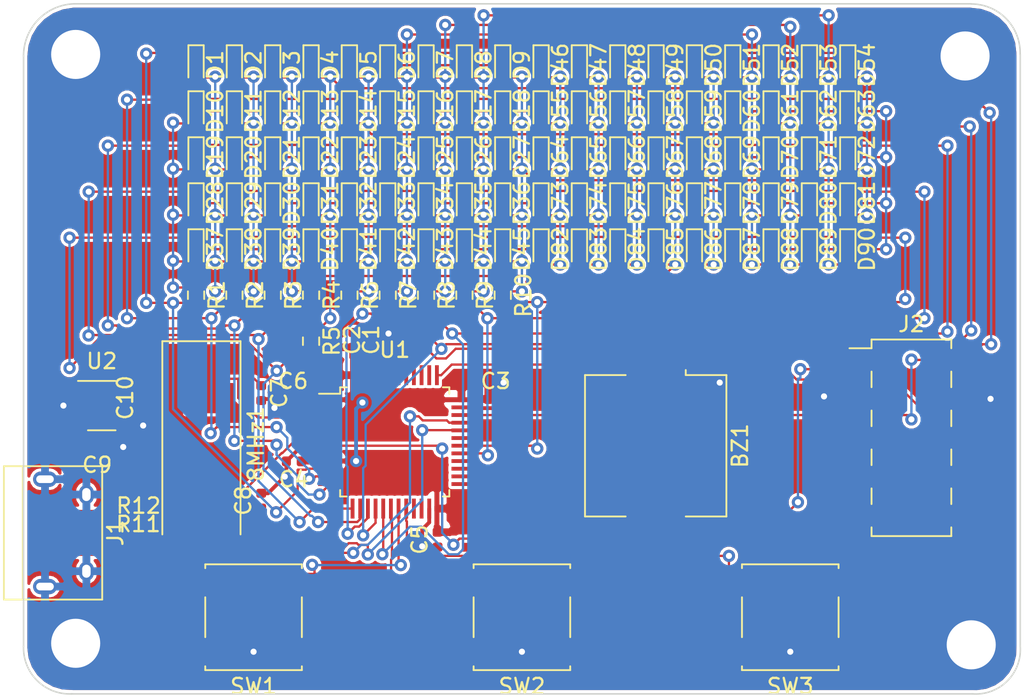
<source format=kicad_pcb>
(kicad_pcb (version 20171130) (host pcbnew 5.0.2+dfsg1-1)
  (layers (0 F.Cu signal) (31 B.Cu signal) (34 B.Paste user) (35 F.Paste user) (36 B.SilkS user) (37 F.SilkS user) (38 B.Mask user) (39 F.Mask user) (44 Edge.Cuts user))
  (net 0 "")
  (net 1 GND)
  (net 2 D0)
  (net 3 "Net-(D1-Pad2)")
  (net 4 "Net-(D11-Pad2)")
  (net 5 "Net-(D12-Pad2)")
  (net 6 "Net-(D13-Pad2)")
  (net 7 "Net-(D14-Pad2)")
  (net 8 "Net-(D15-Pad2)")
  (net 9 "Net-(D16-Pad2)")
  (net 10 "Net-(D17-Pad2)")
  (net 11 "Net-(D18-Pad2)")
  (net 12 "Net-(D10-Pad2)")
  (net 13 D1)
  (net 14 D2)
  (net 15 D3)
  (net 16 D4)
  (net 17 D5)
  (net 18 D6)
  (net 19 D7)
  (net 20 D8)
  (net 21 D9)
  (net 22 +5V)
  (net 23 "Net-(SW1-Pad2)")
  (net 24 "Net-(SW3-Pad2)")
  (net 25 "Net-(SW2-Pad2)")
  (net 26 "Net-(BZ1-Pad2)")
  (net 27 "Net-(J1-Pad3)")
  (net 28 "Net-(J1-Pad2)")
  (net 29 +3V3)
  (net 30 /SWCLK)
  (net 31 /SWDIO)
  (net 32 /NRST)
  (net 33 "Net-(8MHz1-Pad1)")
  (net 34 "Net-(8MHz1-Pad2)")
  (net 35 /D-)
  (net 36 /D+)
  (module Resistors_SMD:R_0402 (layer F.Cu) (at 123.75 74 270)
    (fp_text reference R7 (at 0 -1.35 270) (layer F.SilkS))
    (fp_text value R)
    (pad 2 smd rect (at 0.45 0 270) (size 0.4 0.6) (layers F.Cu F.Paste F.Mask) (net 18 D6))
    (pad 1 smd rect (at -0.45 0 270) (size 0.4 0.6) (layers F.Cu F.Paste F.Mask) (net 8 "Net-(D15-Pad2)"))
  )
  (module Connectors:USB_Micro-B (layer F.Cu) (at 102.75 89.5 270)
    (fp_text reference J1 (at 0 -3.24 270) (layer F.SilkS))
    (fp_text value USB_B_Micro)
    (pad 6 thru_hole oval (at 3.5 1.35) (size 1.55 1) (drill oval 1.15 0.5) (layers *.Cu *.Mask) (net 1 GND))
    (pad 6 thru_hole oval (at -3.5 1.35) (size 1.55 1) (drill oval 1.15 0.5) (layers *.Cu *.Mask) (net 1 GND))
    (pad 6 thru_hole oval (at 2.5 -1.35) (size 0.95 1.25) (drill oval 0.55 0.85) (layers *.Cu *.Mask) (net 1 GND))
    (pad 6 thru_hole oval (at -2.5 -1.35) (size 0.95 1.25) (drill oval 0.55 0.85) (layers *.Cu *.Mask) (net 1 GND))
    (pad 5 smd rect (at 1.3 -1.35) (size 1.35 0.4) (layers F.Cu F.Paste F.Mask) (net 1 GND))
    (pad 4 smd rect (at 0.65 -1.35) (size 1.35 0.4) (layers F.Cu F.Paste F.Mask))
    (pad 3 smd rect (at 0 -1.35) (size 1.35 0.4) (layers F.Cu F.Paste F.Mask) (net 27 "Net-(J1-Pad3)"))
    (pad 2 smd rect (at -0.65 -1.35) (size 1.35 0.4) (layers F.Cu F.Paste F.Mask) (net 28 "Net-(J1-Pad2)"))
    (pad 1 smd rect (at -1.3 -1.35) (size 1.35 0.4) (layers F.Cu F.Paste F.Mask) (net 22 +5V))
  )
  (module Buzzers_Beepers:Buzzer_Murata_PKMCS0909E4000-R1 (layer F.Cu) (at 141.224 83.82 270)
    (fp_text reference BZ1 (at 0 -5.5 270) (layer F.SilkS))
    (fp_text value Buzzer)
    (pad 2 smd rect (at 4.35 0 270) (size 1.3 3.4) (layers F.Cu F.Paste F.Mask) (net 26 "Net-(BZ1-Pad2)"))
    (pad 1 smd rect (at -4.35 0 270) (size 1.3 3.4) (layers F.Cu F.Paste F.Mask) (net 1 GND))
  )
  (module LEDs:LED_0603 (layer F.Cu) (at 111.25 59 270)
    (fp_text reference D1 (at 0 -1.25 270) (layer F.SilkS))
    (fp_text value LED)
    (pad 1 smd rect (at -0.8 0 90) (size 0.8 0.8) (layers F.Cu F.Paste F.Mask) (net 2 D0))
    (pad 2 smd rect (at 0.8 0 90) (size 0.8 0.8) (layers F.Cu F.Paste F.Mask) (net 3 "Net-(D1-Pad2)"))
  )
  (module LEDs:LED_0603 (layer F.Cu) (at 113.75 59 270)
    (fp_text reference D2 (at 0 -1.25 270) (layer F.SilkS))
    (fp_text value LED)
    (pad 1 smd rect (at -0.8 0 90) (size 0.8 0.8) (layers F.Cu F.Paste F.Mask) (net 2 D0))
    (pad 2 smd rect (at 0.8 0 90) (size 0.8 0.8) (layers F.Cu F.Paste F.Mask) (net 4 "Net-(D11-Pad2)"))
  )
  (module LEDs:LED_0603 (layer F.Cu) (at 116.25 59 270)
    (fp_text reference D3 (at 0 -1.25 270) (layer F.SilkS))
    (fp_text value LED)
    (pad 2 smd rect (at 0.8 0 90) (size 0.8 0.8) (layers F.Cu F.Paste F.Mask) (net 5 "Net-(D12-Pad2)"))
    (pad 1 smd rect (at -0.8 0 90) (size 0.8 0.8) (layers F.Cu F.Paste F.Mask) (net 2 D0))
  )
  (module LEDs:LED_0603 (layer F.Cu) (at 118.75 59 270)
    (fp_text reference D4 (at 0 -1.25 270) (layer F.SilkS))
    (fp_text value LED)
    (pad 2 smd rect (at 0.8 0 90) (size 0.8 0.8) (layers F.Cu F.Paste F.Mask) (net 6 "Net-(D13-Pad2)"))
    (pad 1 smd rect (at -0.8 0 90) (size 0.8 0.8) (layers F.Cu F.Paste F.Mask) (net 2 D0))
  )
  (module LEDs:LED_0603 (layer F.Cu) (at 121.25 59 270)
    (fp_text reference D5 (at 0 -1.25 270) (layer F.SilkS))
    (fp_text value LED)
    (pad 1 smd rect (at -0.8 0 90) (size 0.8 0.8) (layers F.Cu F.Paste F.Mask) (net 2 D0))
    (pad 2 smd rect (at 0.8 0 90) (size 0.8 0.8) (layers F.Cu F.Paste F.Mask) (net 7 "Net-(D14-Pad2)"))
  )
  (module LEDs:LED_0603 (layer F.Cu) (at 123.75 59 270)
    (fp_text reference D6 (at 0 -1.25 270) (layer F.SilkS))
    (fp_text value LED)
    (pad 2 smd rect (at 0.8 0 90) (size 0.8 0.8) (layers F.Cu F.Paste F.Mask) (net 8 "Net-(D15-Pad2)"))
    (pad 1 smd rect (at -0.8 0 90) (size 0.8 0.8) (layers F.Cu F.Paste F.Mask) (net 2 D0))
  )
  (module LEDs:LED_0603 (layer F.Cu) (at 126.25 59 270)
    (fp_text reference D7 (at 0 -1.25 270) (layer F.SilkS))
    (fp_text value LED)
    (pad 1 smd rect (at -0.8 0 90) (size 0.8 0.8) (layers F.Cu F.Paste F.Mask) (net 2 D0))
    (pad 2 smd rect (at 0.8 0 90) (size 0.8 0.8) (layers F.Cu F.Paste F.Mask) (net 9 "Net-(D16-Pad2)"))
  )
  (module LEDs:LED_0603 (layer F.Cu) (at 128.75 59 270)
    (fp_text reference D8 (at 0 -1.25 270) (layer F.SilkS))
    (fp_text value LED)
    (pad 2 smd rect (at 0.8 0 90) (size 0.8 0.8) (layers F.Cu F.Paste F.Mask) (net 10 "Net-(D17-Pad2)"))
    (pad 1 smd rect (at -0.8 0 90) (size 0.8 0.8) (layers F.Cu F.Paste F.Mask) (net 2 D0))
  )
  (module LEDs:LED_0603 (layer F.Cu) (at 131.25 59 270)
    (fp_text reference D9 (at 0 -1.25 270) (layer F.SilkS))
    (fp_text value LED)
    (pad 1 smd rect (at -0.8 0 90) (size 0.8 0.8) (layers F.Cu F.Paste F.Mask) (net 2 D0))
    (pad 2 smd rect (at 0.8 0 90) (size 0.8 0.8) (layers F.Cu F.Paste F.Mask) (net 11 "Net-(D18-Pad2)"))
  )
  (module LEDs:LED_0603 (layer F.Cu) (at 111.25 62 270)
    (fp_text reference D10 (at 0 -1.25 270) (layer F.SilkS))
    (fp_text value LED)
    (pad 2 smd rect (at 0.8 0 90) (size 0.8 0.8) (layers F.Cu F.Paste F.Mask) (net 12 "Net-(D10-Pad2)"))
    (pad 1 smd rect (at -0.8 0 90) (size 0.8 0.8) (layers F.Cu F.Paste F.Mask) (net 13 D1))
  )
  (module LEDs:LED_0603 (layer F.Cu) (at 113.75 62 270)
    (fp_text reference D11 (at 0 -1.25 270) (layer F.SilkS))
    (fp_text value LED)
    (pad 1 smd rect (at -0.8 0 90) (size 0.8 0.8) (layers F.Cu F.Paste F.Mask) (net 13 D1))
    (pad 2 smd rect (at 0.8 0 90) (size 0.8 0.8) (layers F.Cu F.Paste F.Mask) (net 4 "Net-(D11-Pad2)"))
  )
  (module LEDs:LED_0603 (layer F.Cu) (at 116.25 62 270)
    (fp_text reference D12 (at 0 -1.25 270) (layer F.SilkS))
    (fp_text value LED)
    (pad 2 smd rect (at 0.8 0 90) (size 0.8 0.8) (layers F.Cu F.Paste F.Mask) (net 5 "Net-(D12-Pad2)"))
    (pad 1 smd rect (at -0.8 0 90) (size 0.8 0.8) (layers F.Cu F.Paste F.Mask) (net 13 D1))
  )
  (module LEDs:LED_0603 (layer F.Cu) (at 118.75 62 270)
    (fp_text reference D13 (at 0 -1.25 270) (layer F.SilkS))
    (fp_text value LED)
    (pad 1 smd rect (at -0.8 0 90) (size 0.8 0.8) (layers F.Cu F.Paste F.Mask) (net 13 D1))
    (pad 2 smd rect (at 0.8 0 90) (size 0.8 0.8) (layers F.Cu F.Paste F.Mask) (net 6 "Net-(D13-Pad2)"))
  )
  (module LEDs:LED_0603 (layer F.Cu) (at 121.25 62 270)
    (fp_text reference D14 (at 0 -1.25 270) (layer F.SilkS))
    (fp_text value LED)
    (pad 2 smd rect (at 0.8 0 90) (size 0.8 0.8) (layers F.Cu F.Paste F.Mask) (net 7 "Net-(D14-Pad2)"))
    (pad 1 smd rect (at -0.8 0 90) (size 0.8 0.8) (layers F.Cu F.Paste F.Mask) (net 13 D1))
  )
  (module LEDs:LED_0603 (layer F.Cu) (at 123.75 62 270)
    (fp_text reference D15 (at 0 -1.25 270) (layer F.SilkS))
    (fp_text value LED)
    (pad 1 smd rect (at -0.8 0 90) (size 0.8 0.8) (layers F.Cu F.Paste F.Mask) (net 13 D1))
    (pad 2 smd rect (at 0.8 0 90) (size 0.8 0.8) (layers F.Cu F.Paste F.Mask) (net 8 "Net-(D15-Pad2)"))
  )
  (module LEDs:LED_0603 (layer F.Cu) (at 126.25 62 270)
    (fp_text reference D16 (at 0 -1.25 270) (layer F.SilkS))
    (fp_text value LED)
    (pad 2 smd rect (at 0.8 0 90) (size 0.8 0.8) (layers F.Cu F.Paste F.Mask) (net 9 "Net-(D16-Pad2)"))
    (pad 1 smd rect (at -0.8 0 90) (size 0.8 0.8) (layers F.Cu F.Paste F.Mask) (net 13 D1))
  )
  (module LEDs:LED_0603 (layer F.Cu) (at 128.75 62 270)
    (fp_text reference D17 (at 0 -1.25 270) (layer F.SilkS))
    (fp_text value LED)
    (pad 2 smd rect (at 0.8 0 90) (size 0.8 0.8) (layers F.Cu F.Paste F.Mask) (net 10 "Net-(D17-Pad2)"))
    (pad 1 smd rect (at -0.8 0 90) (size 0.8 0.8) (layers F.Cu F.Paste F.Mask) (net 13 D1))
  )
  (module LEDs:LED_0603 (layer F.Cu) (at 131.25 62 270)
    (fp_text reference D18 (at 0 -1.25 270) (layer F.SilkS))
    (fp_text value LED)
    (pad 1 smd rect (at -0.8 0 90) (size 0.8 0.8) (layers F.Cu F.Paste F.Mask) (net 13 D1))
    (pad 2 smd rect (at 0.8 0 90) (size 0.8 0.8) (layers F.Cu F.Paste F.Mask) (net 11 "Net-(D18-Pad2)"))
  )
  (module LEDs:LED_0603 (layer F.Cu) (at 111.25 65 270)
    (fp_text reference D19 (at 0 -1.25 270) (layer F.SilkS))
    (fp_text value LED)
    (pad 1 smd rect (at -0.8 0 90) (size 0.8 0.8) (layers F.Cu F.Paste F.Mask) (net 14 D2))
    (pad 2 smd rect (at 0.8 0 90) (size 0.8 0.8) (layers F.Cu F.Paste F.Mask) (net 12 "Net-(D10-Pad2)"))
  )
  (module LEDs:LED_0603 (layer F.Cu) (at 113.75 65 270)
    (fp_text reference D20 (at 0 -1.25 270) (layer F.SilkS))
    (fp_text value LED)
    (pad 2 smd rect (at 0.8 0 90) (size 0.8 0.8) (layers F.Cu F.Paste F.Mask) (net 3 "Net-(D1-Pad2)"))
    (pad 1 smd rect (at -0.8 0 90) (size 0.8 0.8) (layers F.Cu F.Paste F.Mask) (net 14 D2))
  )
  (module LEDs:LED_0603 (layer F.Cu) (at 116.25 65 270)
    (fp_text reference D21 (at 0 -1.25 270) (layer F.SilkS))
    (fp_text value LED)
    (pad 1 smd rect (at -0.8 0 90) (size 0.8 0.8) (layers F.Cu F.Paste F.Mask) (net 14 D2))
    (pad 2 smd rect (at 0.8 0 90) (size 0.8 0.8) (layers F.Cu F.Paste F.Mask) (net 5 "Net-(D12-Pad2)"))
  )
  (module LEDs:LED_0603 (layer F.Cu) (at 118.75 65 270)
    (fp_text reference D22 (at 0 -1.25 270) (layer F.SilkS))
    (fp_text value LED)
    (pad 2 smd rect (at 0.8 0 90) (size 0.8 0.8) (layers F.Cu F.Paste F.Mask) (net 6 "Net-(D13-Pad2)"))
    (pad 1 smd rect (at -0.8 0 90) (size 0.8 0.8) (layers F.Cu F.Paste F.Mask) (net 14 D2))
  )
  (module LEDs:LED_0603 (layer F.Cu) (at 121.25 65 270)
    (fp_text reference D23 (at 0 -1.25 270) (layer F.SilkS))
    (fp_text value LED)
    (pad 1 smd rect (at -0.8 0 90) (size 0.8 0.8) (layers F.Cu F.Paste F.Mask) (net 14 D2))
    (pad 2 smd rect (at 0.8 0 90) (size 0.8 0.8) (layers F.Cu F.Paste F.Mask) (net 7 "Net-(D14-Pad2)"))
  )
  (module LEDs:LED_0603 (layer F.Cu) (at 123.75 65 270)
    (fp_text reference D24 (at 0 -1.25 270) (layer F.SilkS))
    (fp_text value LED)
    (pad 2 smd rect (at 0.8 0 90) (size 0.8 0.8) (layers F.Cu F.Paste F.Mask) (net 8 "Net-(D15-Pad2)"))
    (pad 1 smd rect (at -0.8 0 90) (size 0.8 0.8) (layers F.Cu F.Paste F.Mask) (net 14 D2))
  )
  (module LEDs:LED_0603 (layer F.Cu) (at 126.25 65 270)
    (fp_text reference D25 (at 0 -1.25 270) (layer F.SilkS))
    (fp_text value LED)
    (pad 1 smd rect (at -0.8 0 90) (size 0.8 0.8) (layers F.Cu F.Paste F.Mask) (net 14 D2))
    (pad 2 smd rect (at 0.8 0 90) (size 0.8 0.8) (layers F.Cu F.Paste F.Mask) (net 9 "Net-(D16-Pad2)"))
  )
  (module LEDs:LED_0603 (layer F.Cu) (at 128.75 65 270)
    (fp_text reference D26 (at 0 -1.25 270) (layer F.SilkS))
    (fp_text value LED)
    (pad 2 smd rect (at 0.8 0 90) (size 0.8 0.8) (layers F.Cu F.Paste F.Mask) (net 10 "Net-(D17-Pad2)"))
    (pad 1 smd rect (at -0.8 0 90) (size 0.8 0.8) (layers F.Cu F.Paste F.Mask) (net 14 D2))
  )
  (module LEDs:LED_0603 (layer F.Cu) (at 131.25 65 270)
    (fp_text reference D27 (at 0 -1.25 270) (layer F.SilkS))
    (fp_text value LED)
    (pad 1 smd rect (at -0.8 0 90) (size 0.8 0.8) (layers F.Cu F.Paste F.Mask) (net 14 D2))
    (pad 2 smd rect (at 0.8 0 90) (size 0.8 0.8) (layers F.Cu F.Paste F.Mask) (net 11 "Net-(D18-Pad2)"))
  )
  (module LEDs:LED_0603 (layer F.Cu) (at 111.25 68 270)
    (fp_text reference D28 (at 0 -1.25 270) (layer F.SilkS))
    (fp_text value LED)
    (pad 2 smd rect (at 0.8 0 90) (size 0.8 0.8) (layers F.Cu F.Paste F.Mask) (net 12 "Net-(D10-Pad2)"))
    (pad 1 smd rect (at -0.8 0 90) (size 0.8 0.8) (layers F.Cu F.Paste F.Mask) (net 15 D3))
  )
  (module LEDs:LED_0603 (layer F.Cu) (at 113.75 68 270)
    (fp_text reference D29 (at 0 -1.25 270) (layer F.SilkS))
    (fp_text value LED)
    (pad 1 smd rect (at -0.8 0 90) (size 0.8 0.8) (layers F.Cu F.Paste F.Mask) (net 15 D3))
    (pad 2 smd rect (at 0.8 0 90) (size 0.8 0.8) (layers F.Cu F.Paste F.Mask) (net 3 "Net-(D1-Pad2)"))
  )
  (module LEDs:LED_0603 (layer F.Cu) (at 116.25 68 270)
    (fp_text reference D30 (at 0 -1.25 270) (layer F.SilkS))
    (fp_text value LED)
    (pad 2 smd rect (at 0.8 0 90) (size 0.8 0.8) (layers F.Cu F.Paste F.Mask) (net 4 "Net-(D11-Pad2)"))
    (pad 1 smd rect (at -0.8 0 90) (size 0.8 0.8) (layers F.Cu F.Paste F.Mask) (net 15 D3))
  )
  (module LEDs:LED_0603 (layer F.Cu) (at 118.75 68 270)
    (fp_text reference D31 (at 0 -1.25 270) (layer F.SilkS))
    (fp_text value LED)
    (pad 1 smd rect (at -0.8 0 90) (size 0.8 0.8) (layers F.Cu F.Paste F.Mask) (net 15 D3))
    (pad 2 smd rect (at 0.8 0 90) (size 0.8 0.8) (layers F.Cu F.Paste F.Mask) (net 6 "Net-(D13-Pad2)"))
  )
  (module LEDs:LED_0603 (layer F.Cu) (at 121.25 68 270)
    (fp_text reference D32 (at 0 -1.25 270) (layer F.SilkS))
    (fp_text value LED)
    (pad 2 smd rect (at 0.8 0 90) (size 0.8 0.8) (layers F.Cu F.Paste F.Mask) (net 7 "Net-(D14-Pad2)"))
    (pad 1 smd rect (at -0.8 0 90) (size 0.8 0.8) (layers F.Cu F.Paste F.Mask) (net 15 D3))
  )
  (module LEDs:LED_0603 (layer F.Cu) (at 123.75 68 270)
    (fp_text reference D33 (at 0 -1.25 270) (layer F.SilkS))
    (fp_text value LED)
    (pad 2 smd rect (at 0.8 0 90) (size 0.8 0.8) (layers F.Cu F.Paste F.Mask) (net 8 "Net-(D15-Pad2)"))
    (pad 1 smd rect (at -0.8 0 90) (size 0.8 0.8) (layers F.Cu F.Paste F.Mask) (net 15 D3))
  )
  (module LEDs:LED_0603 (layer F.Cu) (at 126.25 68 270)
    (fp_text reference D34 (at 0 -1.25 270) (layer F.SilkS))
    (fp_text value LED)
    (pad 2 smd rect (at 0.8 0 90) (size 0.8 0.8) (layers F.Cu F.Paste F.Mask) (net 9 "Net-(D16-Pad2)"))
    (pad 1 smd rect (at -0.8 0 90) (size 0.8 0.8) (layers F.Cu F.Paste F.Mask) (net 15 D3))
  )
  (module LEDs:LED_0603 (layer F.Cu) (at 128.75 68 270)
    (fp_text reference D35 (at 0 -1.25 270) (layer F.SilkS))
    (fp_text value LED)
    (pad 2 smd rect (at 0.8 0 90) (size 0.8 0.8) (layers F.Cu F.Paste F.Mask) (net 10 "Net-(D17-Pad2)"))
    (pad 1 smd rect (at -0.8 0 90) (size 0.8 0.8) (layers F.Cu F.Paste F.Mask) (net 15 D3))
  )
  (module LEDs:LED_0603 (layer F.Cu) (at 131.25 68 270)
    (fp_text reference D36 (at 0 -1.25 270) (layer F.SilkS))
    (fp_text value LED)
    (pad 1 smd rect (at -0.8 0 90) (size 0.8 0.8) (layers F.Cu F.Paste F.Mask) (net 15 D3))
    (pad 2 smd rect (at 0.8 0 90) (size 0.8 0.8) (layers F.Cu F.Paste F.Mask) (net 11 "Net-(D18-Pad2)"))
  )
  (module LEDs:LED_0603 (layer F.Cu) (at 111.25 71 270)
    (fp_text reference D37 (at 0 -1.25 270) (layer F.SilkS))
    (fp_text value LED)
    (pad 1 smd rect (at -0.8 0 90) (size 0.8 0.8) (layers F.Cu F.Paste F.Mask) (net 16 D4))
    (pad 2 smd rect (at 0.8 0 90) (size 0.8 0.8) (layers F.Cu F.Paste F.Mask) (net 12 "Net-(D10-Pad2)"))
  )
  (module LEDs:LED_0603 (layer F.Cu) (at 113.75 71 270)
    (fp_text reference D38 (at 0 -1.25 270) (layer F.SilkS))
    (fp_text value LED)
    (pad 2 smd rect (at 0.8 0 90) (size 0.8 0.8) (layers F.Cu F.Paste F.Mask) (net 3 "Net-(D1-Pad2)"))
    (pad 1 smd rect (at -0.8 0 90) (size 0.8 0.8) (layers F.Cu F.Paste F.Mask) (net 16 D4))
  )
  (module LEDs:LED_0603 (layer F.Cu) (at 116.25 71 270)
    (fp_text reference D39 (at 0 -1.25 270) (layer F.SilkS))
    (fp_text value LED)
    (pad 1 smd rect (at -0.8 0 90) (size 0.8 0.8) (layers F.Cu F.Paste F.Mask) (net 16 D4))
    (pad 2 smd rect (at 0.8 0 90) (size 0.8 0.8) (layers F.Cu F.Paste F.Mask) (net 4 "Net-(D11-Pad2)"))
  )
  (module LEDs:LED_0603 (layer F.Cu) (at 118.75 71 270)
    (fp_text reference D40 (at 0 -1.25 270) (layer F.SilkS))
    (fp_text value LED)
    (pad 2 smd rect (at 0.8 0 90) (size 0.8 0.8) (layers F.Cu F.Paste F.Mask) (net 5 "Net-(D12-Pad2)"))
    (pad 1 smd rect (at -0.8 0 90) (size 0.8 0.8) (layers F.Cu F.Paste F.Mask) (net 16 D4))
  )
  (module LEDs:LED_0603 (layer F.Cu) (at 121.25 71 270)
    (fp_text reference D41 (at 0 -1.25 270) (layer F.SilkS))
    (fp_text value LED)
    (pad 1 smd rect (at -0.8 0 90) (size 0.8 0.8) (layers F.Cu F.Paste F.Mask) (net 16 D4))
    (pad 2 smd rect (at 0.8 0 90) (size 0.8 0.8) (layers F.Cu F.Paste F.Mask) (net 7 "Net-(D14-Pad2)"))
  )
  (module LEDs:LED_0603 (layer F.Cu) (at 123.75 71 270)
    (fp_text reference D42 (at 0 -1.25 270) (layer F.SilkS))
    (fp_text value LED)
    (pad 1 smd rect (at -0.8 0 90) (size 0.8 0.8) (layers F.Cu F.Paste F.Mask) (net 16 D4))
    (pad 2 smd rect (at 0.8 0 90) (size 0.8 0.8) (layers F.Cu F.Paste F.Mask) (net 8 "Net-(D15-Pad2)"))
  )
  (module LEDs:LED_0603 (layer F.Cu) (at 126.25 71 270)
    (fp_text reference D43 (at 0 -1.25 270) (layer F.SilkS))
    (fp_text value LED)
    (pad 1 smd rect (at -0.8 0 90) (size 0.8 0.8) (layers F.Cu F.Paste F.Mask) (net 16 D4))
    (pad 2 smd rect (at 0.8 0 90) (size 0.8 0.8) (layers F.Cu F.Paste F.Mask) (net 9 "Net-(D16-Pad2)"))
  )
  (module LEDs:LED_0603 (layer F.Cu) (at 128.75 71 270)
    (fp_text reference D44 (at 0 -1.25 270) (layer F.SilkS))
    (fp_text value LED)
    (pad 2 smd rect (at 0.8 0 90) (size 0.8 0.8) (layers F.Cu F.Paste F.Mask) (net 10 "Net-(D17-Pad2)"))
    (pad 1 smd rect (at -0.8 0 90) (size 0.8 0.8) (layers F.Cu F.Paste F.Mask) (net 16 D4))
  )
  (module LEDs:LED_0603 (layer F.Cu) (at 131.25 71 270)
    (fp_text reference D45 (at 0 -1.25 270) (layer F.SilkS))
    (fp_text value LED)
    (pad 1 smd rect (at -0.8 0 90) (size 0.8 0.8) (layers F.Cu F.Paste F.Mask) (net 16 D4))
    (pad 2 smd rect (at 0.8 0 90) (size 0.8 0.8) (layers F.Cu F.Paste F.Mask) (net 11 "Net-(D18-Pad2)"))
  )
  (module LEDs:LED_0603 (layer F.Cu) (at 133.75 59 270)
    (fp_text reference D46 (at 0 -1.25 270) (layer F.SilkS))
    (fp_text value LED)
    (pad 2 smd rect (at 0.8 0 90) (size 0.8 0.8) (layers F.Cu F.Paste F.Mask) (net 12 "Net-(D10-Pad2)"))
    (pad 1 smd rect (at -0.8 0 90) (size 0.8 0.8) (layers F.Cu F.Paste F.Mask) (net 17 D5))
  )
  (module LEDs:LED_0603 (layer F.Cu) (at 136.25 59 270)
    (fp_text reference D47 (at 0 -1.25 270) (layer F.SilkS))
    (fp_text value LED)
    (pad 1 smd rect (at -0.8 0 90) (size 0.8 0.8) (layers F.Cu F.Paste F.Mask) (net 17 D5))
    (pad 2 smd rect (at 0.8 0 90) (size 0.8 0.8) (layers F.Cu F.Paste F.Mask) (net 3 "Net-(D1-Pad2)"))
  )
  (module LEDs:LED_0603 (layer F.Cu) (at 138.75 59 270)
    (fp_text reference D48 (at 0 -1.25 270) (layer F.SilkS))
    (fp_text value LED)
    (pad 2 smd rect (at 0.8 0 90) (size 0.8 0.8) (layers F.Cu F.Paste F.Mask) (net 4 "Net-(D11-Pad2)"))
    (pad 1 smd rect (at -0.8 0 90) (size 0.8 0.8) (layers F.Cu F.Paste F.Mask) (net 17 D5))
  )
  (module LEDs:LED_0603 (layer F.Cu) (at 141.25 59 270)
    (fp_text reference D49 (at 0 -1.25 270) (layer F.SilkS))
    (fp_text value LED)
    (pad 1 smd rect (at -0.8 0 90) (size 0.8 0.8) (layers F.Cu F.Paste F.Mask) (net 17 D5))
    (pad 2 smd rect (at 0.8 0 90) (size 0.8 0.8) (layers F.Cu F.Paste F.Mask) (net 5 "Net-(D12-Pad2)"))
  )
  (module LEDs:LED_0603 (layer F.Cu) (at 143.75 59 270)
    (fp_text reference D50 (at 0 -1.25 270) (layer F.SilkS))
    (fp_text value LED)
    (pad 2 smd rect (at 0.8 0 90) (size 0.8 0.8) (layers F.Cu F.Paste F.Mask) (net 6 "Net-(D13-Pad2)"))
    (pad 1 smd rect (at -0.8 0 90) (size 0.8 0.8) (layers F.Cu F.Paste F.Mask) (net 17 D5))
  )
  (module LEDs:LED_0603 (layer F.Cu) (at 146.25 59 270)
    (fp_text reference D51 (at 0 -1.25 270) (layer F.SilkS))
    (fp_text value LED)
    (pad 2 smd rect (at 0.8 0 90) (size 0.8 0.8) (layers F.Cu F.Paste F.Mask) (net 8 "Net-(D15-Pad2)"))
    (pad 1 smd rect (at -0.8 0 90) (size 0.8 0.8) (layers F.Cu F.Paste F.Mask) (net 17 D5))
  )
  (module LEDs:LED_0603 (layer F.Cu) (at 148.75 59 270)
    (fp_text reference D52 (at 0 -1.25 270) (layer F.SilkS))
    (fp_text value LED)
    (pad 1 smd rect (at -0.8 0 90) (size 0.8 0.8) (layers F.Cu F.Paste F.Mask) (net 17 D5))
    (pad 2 smd rect (at 0.8 0 90) (size 0.8 0.8) (layers F.Cu F.Paste F.Mask) (net 9 "Net-(D16-Pad2)"))
  )
  (module LEDs:LED_0603 (layer F.Cu) (at 151.25 59 270)
    (fp_text reference D53 (at 0 -1.25 270) (layer F.SilkS))
    (fp_text value LED)
    (pad 2 smd rect (at 0.8 0 90) (size 0.8 0.8) (layers F.Cu F.Paste F.Mask) (net 10 "Net-(D17-Pad2)"))
    (pad 1 smd rect (at -0.8 0 90) (size 0.8 0.8) (layers F.Cu F.Paste F.Mask) (net 17 D5))
  )
  (module LEDs:LED_0603 (layer F.Cu) (at 153.75 59 270)
    (fp_text reference D54 (at 0 -1.25 270) (layer F.SilkS))
    (fp_text value LED)
    (pad 1 smd rect (at -0.8 0 90) (size 0.8 0.8) (layers F.Cu F.Paste F.Mask) (net 17 D5))
    (pad 2 smd rect (at 0.8 0 90) (size 0.8 0.8) (layers F.Cu F.Paste F.Mask) (net 11 "Net-(D18-Pad2)"))
  )
  (module LEDs:LED_0603 (layer F.Cu) (at 133.75 62 270)
    (fp_text reference D55 (at 0 -1.25 270) (layer F.SilkS))
    (fp_text value LED)
    (pad 1 smd rect (at -0.8 0 90) (size 0.8 0.8) (layers F.Cu F.Paste F.Mask) (net 18 D6))
    (pad 2 smd rect (at 0.8 0 90) (size 0.8 0.8) (layers F.Cu F.Paste F.Mask) (net 12 "Net-(D10-Pad2)"))
  )
  (module LEDs:LED_0603 (layer F.Cu) (at 136.25 62 270)
    (fp_text reference D56 (at 0 -1.25 270) (layer F.SilkS))
    (fp_text value LED)
    (pad 2 smd rect (at 0.8 0 90) (size 0.8 0.8) (layers F.Cu F.Paste F.Mask) (net 3 "Net-(D1-Pad2)"))
    (pad 1 smd rect (at -0.8 0 90) (size 0.8 0.8) (layers F.Cu F.Paste F.Mask) (net 18 D6))
  )
  (module LEDs:LED_0603 (layer F.Cu) (at 138.75 62 270)
    (fp_text reference D57 (at 0 -1.25 270) (layer F.SilkS))
    (fp_text value LED)
    (pad 1 smd rect (at -0.8 0 90) (size 0.8 0.8) (layers F.Cu F.Paste F.Mask) (net 18 D6))
    (pad 2 smd rect (at 0.8 0 90) (size 0.8 0.8) (layers F.Cu F.Paste F.Mask) (net 4 "Net-(D11-Pad2)"))
  )
  (module LEDs:LED_0603 (layer F.Cu) (at 141.25 62 270)
    (fp_text reference D58 (at 0 -1.25 270) (layer F.SilkS))
    (fp_text value LED)
    (pad 2 smd rect (at 0.8 0 90) (size 0.8 0.8) (layers F.Cu F.Paste F.Mask) (net 5 "Net-(D12-Pad2)"))
    (pad 1 smd rect (at -0.8 0 90) (size 0.8 0.8) (layers F.Cu F.Paste F.Mask) (net 18 D6))
  )
  (module LEDs:LED_0603 (layer F.Cu) (at 143.75 62 270)
    (fp_text reference D59 (at 0 -1.25 270) (layer F.SilkS))
    (fp_text value LED)
    (pad 1 smd rect (at -0.8 0 90) (size 0.8 0.8) (layers F.Cu F.Paste F.Mask) (net 18 D6))
    (pad 2 smd rect (at 0.8 0 90) (size 0.8 0.8) (layers F.Cu F.Paste F.Mask) (net 6 "Net-(D13-Pad2)"))
  )
  (module LEDs:LED_0603 (layer F.Cu) (at 146.25 62 270)
    (fp_text reference D60 (at 0 -1.25 270) (layer F.SilkS))
    (fp_text value LED)
    (pad 2 smd rect (at 0.8 0 90) (size 0.8 0.8) (layers F.Cu F.Paste F.Mask) (net 7 "Net-(D14-Pad2)"))
    (pad 1 smd rect (at -0.8 0 90) (size 0.8 0.8) (layers F.Cu F.Paste F.Mask) (net 18 D6))
  )
  (module LEDs:LED_0603 (layer F.Cu) (at 148.75 62 270)
    (fp_text reference D61 (at 0 -1.25 270) (layer F.SilkS))
    (fp_text value LED)
    (pad 1 smd rect (at -0.8 0 90) (size 0.8 0.8) (layers F.Cu F.Paste F.Mask) (net 18 D6))
    (pad 2 smd rect (at 0.8 0 90) (size 0.8 0.8) (layers F.Cu F.Paste F.Mask) (net 9 "Net-(D16-Pad2)"))
  )
  (module LEDs:LED_0603 (layer F.Cu) (at 151.25 62 270)
    (fp_text reference D62 (at 0 -1.25 270) (layer F.SilkS))
    (fp_text value LED)
    (pad 2 smd rect (at 0.8 0 90) (size 0.8 0.8) (layers F.Cu F.Paste F.Mask) (net 10 "Net-(D17-Pad2)"))
    (pad 1 smd rect (at -0.8 0 90) (size 0.8 0.8) (layers F.Cu F.Paste F.Mask) (net 18 D6))
  )
  (module LEDs:LED_0603 (layer F.Cu) (at 153.75 62 270)
    (fp_text reference D63 (at 0 -1.25 270) (layer F.SilkS))
    (fp_text value LED)
    (pad 1 smd rect (at -0.8 0 90) (size 0.8 0.8) (layers F.Cu F.Paste F.Mask) (net 18 D6))
    (pad 2 smd rect (at 0.8 0 90) (size 0.8 0.8) (layers F.Cu F.Paste F.Mask) (net 11 "Net-(D18-Pad2)"))
  )
  (module LEDs:LED_0603 (layer F.Cu) (at 133.75 65 270)
    (fp_text reference D64 (at 0 -1.25 270) (layer F.SilkS))
    (fp_text value LED)
    (pad 2 smd rect (at 0.8 0 90) (size 0.8 0.8) (layers F.Cu F.Paste F.Mask) (net 12 "Net-(D10-Pad2)"))
    (pad 1 smd rect (at -0.8 0 90) (size 0.8 0.8) (layers F.Cu F.Paste F.Mask) (net 19 D7))
  )
  (module LEDs:LED_0603 (layer F.Cu) (at 136.25 65 270)
    (fp_text reference D65 (at 0 -1.25 270) (layer F.SilkS))
    (fp_text value LED)
    (pad 1 smd rect (at -0.8 0 90) (size 0.8 0.8) (layers F.Cu F.Paste F.Mask) (net 19 D7))
    (pad 2 smd rect (at 0.8 0 90) (size 0.8 0.8) (layers F.Cu F.Paste F.Mask) (net 3 "Net-(D1-Pad2)"))
  )
  (module LEDs:LED_0603 (layer F.Cu) (at 138.75 65 270)
    (fp_text reference D66 (at 0 -1.25 270) (layer F.SilkS))
    (fp_text value LED)
    (pad 2 smd rect (at 0.8 0 90) (size 0.8 0.8) (layers F.Cu F.Paste F.Mask) (net 4 "Net-(D11-Pad2)"))
    (pad 1 smd rect (at -0.8 0 90) (size 0.8 0.8) (layers F.Cu F.Paste F.Mask) (net 19 D7))
  )
  (module LEDs:LED_0603 (layer F.Cu) (at 141.25 65 270)
    (fp_text reference D67 (at 0 -1.25 270) (layer F.SilkS))
    (fp_text value LED)
    (pad 1 smd rect (at -0.8 0 90) (size 0.8 0.8) (layers F.Cu F.Paste F.Mask) (net 19 D7))
    (pad 2 smd rect (at 0.8 0 90) (size 0.8 0.8) (layers F.Cu F.Paste F.Mask) (net 5 "Net-(D12-Pad2)"))
  )
  (module LEDs:LED_0603 (layer F.Cu) (at 143.75 65 270)
    (fp_text reference D68 (at 0 -1.25 270) (layer F.SilkS))
    (fp_text value LED)
    (pad 2 smd rect (at 0.8 0 90) (size 0.8 0.8) (layers F.Cu F.Paste F.Mask) (net 6 "Net-(D13-Pad2)"))
    (pad 1 smd rect (at -0.8 0 90) (size 0.8 0.8) (layers F.Cu F.Paste F.Mask) (net 19 D7))
  )
  (module LEDs:LED_0603 (layer F.Cu) (at 146.25 65 270)
    (fp_text reference D69 (at 0 -1.25 270) (layer F.SilkS))
    (fp_text value LED)
    (pad 1 smd rect (at -0.8 0 90) (size 0.8 0.8) (layers F.Cu F.Paste F.Mask) (net 19 D7))
    (pad 2 smd rect (at 0.8 0 90) (size 0.8 0.8) (layers F.Cu F.Paste F.Mask) (net 7 "Net-(D14-Pad2)"))
  )
  (module LEDs:LED_0603 (layer F.Cu) (at 148.75 65 270)
    (fp_text reference D70 (at 0 -1.25 270) (layer F.SilkS))
    (fp_text value LED)
    (pad 2 smd rect (at 0.8 0 90) (size 0.8 0.8) (layers F.Cu F.Paste F.Mask) (net 8 "Net-(D15-Pad2)"))
    (pad 1 smd rect (at -0.8 0 90) (size 0.8 0.8) (layers F.Cu F.Paste F.Mask) (net 19 D7))
  )
  (module LEDs:LED_0603 (layer F.Cu) (at 151.25 65 270)
    (fp_text reference D71 (at 0 -1.25 270) (layer F.SilkS))
    (fp_text value LED)
    (pad 2 smd rect (at 0.8 0 90) (size 0.8 0.8) (layers F.Cu F.Paste F.Mask) (net 10 "Net-(D17-Pad2)"))
    (pad 1 smd rect (at -0.8 0 90) (size 0.8 0.8) (layers F.Cu F.Paste F.Mask) (net 19 D7))
  )
  (module LEDs:LED_0603 (layer F.Cu) (at 153.75 65 270)
    (fp_text reference D72 (at 0 -1.25 270) (layer F.SilkS))
    (fp_text value LED)
    (pad 1 smd rect (at -0.8 0 90) (size 0.8 0.8) (layers F.Cu F.Paste F.Mask) (net 19 D7))
    (pad 2 smd rect (at 0.8 0 90) (size 0.8 0.8) (layers F.Cu F.Paste F.Mask) (net 11 "Net-(D18-Pad2)"))
  )
  (module LEDs:LED_0603 (layer F.Cu) (at 133.75 68 270)
    (fp_text reference D73 (at 0 -1.25 270) (layer F.SilkS))
    (fp_text value LED)
    (pad 1 smd rect (at -0.8 0 90) (size 0.8 0.8) (layers F.Cu F.Paste F.Mask) (net 20 D8))
    (pad 2 smd rect (at 0.8 0 90) (size 0.8 0.8) (layers F.Cu F.Paste F.Mask) (net 12 "Net-(D10-Pad2)"))
  )
  (module LEDs:LED_0603 (layer F.Cu) (at 136.25 68 270)
    (fp_text reference D74 (at 0 -1.25 270) (layer F.SilkS))
    (fp_text value LED)
    (pad 2 smd rect (at 0.8 0 90) (size 0.8 0.8) (layers F.Cu F.Paste F.Mask) (net 3 "Net-(D1-Pad2)"))
    (pad 1 smd rect (at -0.8 0 90) (size 0.8 0.8) (layers F.Cu F.Paste F.Mask) (net 20 D8))
  )
  (module LEDs:LED_0603 (layer F.Cu) (at 138.75 68 270)
    (fp_text reference D75 (at 0 -1.25 270) (layer F.SilkS))
    (fp_text value LED)
    (pad 1 smd rect (at -0.8 0 90) (size 0.8 0.8) (layers F.Cu F.Paste F.Mask) (net 20 D8))
    (pad 2 smd rect (at 0.8 0 90) (size 0.8 0.8) (layers F.Cu F.Paste F.Mask) (net 4 "Net-(D11-Pad2)"))
  )
  (module LEDs:LED_0603 (layer F.Cu) (at 141.25 68 270)
    (fp_text reference D76 (at 0 -1.25 270) (layer F.SilkS))
    (fp_text value LED)
    (pad 2 smd rect (at 0.8 0 90) (size 0.8 0.8) (layers F.Cu F.Paste F.Mask) (net 5 "Net-(D12-Pad2)"))
    (pad 1 smd rect (at -0.8 0 90) (size 0.8 0.8) (layers F.Cu F.Paste F.Mask) (net 20 D8))
  )
  (module LEDs:LED_0603 (layer F.Cu) (at 143.75 68 270)
    (fp_text reference D77 (at 0 -1.25 270) (layer F.SilkS))
    (fp_text value LED)
    (pad 1 smd rect (at -0.8 0 90) (size 0.8 0.8) (layers F.Cu F.Paste F.Mask) (net 20 D8))
    (pad 2 smd rect (at 0.8 0 90) (size 0.8 0.8) (layers F.Cu F.Paste F.Mask) (net 6 "Net-(D13-Pad2)"))
  )
  (module LEDs:LED_0603 (layer F.Cu) (at 146.25 68 270)
    (fp_text reference D78 (at 0 -1.25 270) (layer F.SilkS))
    (fp_text value LED)
    (pad 1 smd rect (at -0.8 0 90) (size 0.8 0.8) (layers F.Cu F.Paste F.Mask) (net 20 D8))
    (pad 2 smd rect (at 0.8 0 90) (size 0.8 0.8) (layers F.Cu F.Paste F.Mask) (net 7 "Net-(D14-Pad2)"))
  )
  (module LEDs:LED_0603 (layer F.Cu) (at 148.75 68 270)
    (fp_text reference D79 (at 0 -1.25 270) (layer F.SilkS))
    (fp_text value LED)
    (pad 2 smd rect (at 0.8 0 90) (size 0.8 0.8) (layers F.Cu F.Paste F.Mask) (net 8 "Net-(D15-Pad2)"))
    (pad 1 smd rect (at -0.8 0 90) (size 0.8 0.8) (layers F.Cu F.Paste F.Mask) (net 20 D8))
  )
  (module LEDs:LED_0603 (layer F.Cu) (at 151.25 68 270)
    (fp_text reference D80 (at 0 -1.25 270) (layer F.SilkS))
    (fp_text value LED)
    (pad 2 smd rect (at 0.8 0 90) (size 0.8 0.8) (layers F.Cu F.Paste F.Mask) (net 9 "Net-(D16-Pad2)"))
    (pad 1 smd rect (at -0.8 0 90) (size 0.8 0.8) (layers F.Cu F.Paste F.Mask) (net 20 D8))
  )
  (module LEDs:LED_0603 (layer F.Cu) (at 153.75 68 270)
    (fp_text reference D81 (at 0 -1.25 270) (layer F.SilkS))
    (fp_text value LED)
    (pad 2 smd rect (at 0.8 0 90) (size 0.8 0.8) (layers F.Cu F.Paste F.Mask) (net 11 "Net-(D18-Pad2)"))
    (pad 1 smd rect (at -0.8 0 90) (size 0.8 0.8) (layers F.Cu F.Paste F.Mask) (net 20 D8))
  )
  (module LEDs:LED_0603 (layer F.Cu) (at 133.75 71 270)
    (fp_text reference D82 (at 0 -1.25 270) (layer F.SilkS))
    (fp_text value LED)
    (pad 1 smd rect (at -0.8 0 90) (size 0.8 0.8) (layers F.Cu F.Paste F.Mask) (net 21 D9))
    (pad 2 smd rect (at 0.8 0 90) (size 0.8 0.8) (layers F.Cu F.Paste F.Mask) (net 12 "Net-(D10-Pad2)"))
  )
  (module LEDs:LED_0603 (layer F.Cu) (at 136.25 71 270)
    (fp_text reference D83 (at 0 -1.25 270) (layer F.SilkS))
    (fp_text value LED)
    (pad 2 smd rect (at 0.8 0 90) (size 0.8 0.8) (layers F.Cu F.Paste F.Mask) (net 3 "Net-(D1-Pad2)"))
    (pad 1 smd rect (at -0.8 0 90) (size 0.8 0.8) (layers F.Cu F.Paste F.Mask) (net 21 D9))
  )
  (module LEDs:LED_0603 (layer F.Cu) (at 138.75 71 270)
    (fp_text reference D84 (at 0 -1.25 270) (layer F.SilkS))
    (fp_text value LED)
    (pad 1 smd rect (at -0.8 0 90) (size 0.8 0.8) (layers F.Cu F.Paste F.Mask) (net 21 D9))
    (pad 2 smd rect (at 0.8 0 90) (size 0.8 0.8) (layers F.Cu F.Paste F.Mask) (net 4 "Net-(D11-Pad2)"))
  )
  (module LEDs:LED_0603 (layer F.Cu) (at 141.25 71 270)
    (fp_text reference D85 (at 0 -1.25 270) (layer F.SilkS))
    (fp_text value LED)
    (pad 2 smd rect (at 0.8 0 90) (size 0.8 0.8) (layers F.Cu F.Paste F.Mask) (net 5 "Net-(D12-Pad2)"))
    (pad 1 smd rect (at -0.8 0 90) (size 0.8 0.8) (layers F.Cu F.Paste F.Mask) (net 21 D9))
  )
  (module LEDs:LED_0603 (layer F.Cu) (at 143.75 71 270)
    (fp_text reference D86 (at 0 -1.25 270) (layer F.SilkS))
    (fp_text value LED)
    (pad 1 smd rect (at -0.8 0 90) (size 0.8 0.8) (layers F.Cu F.Paste F.Mask) (net 21 D9))
    (pad 2 smd rect (at 0.8 0 90) (size 0.8 0.8) (layers F.Cu F.Paste F.Mask) (net 6 "Net-(D13-Pad2)"))
  )
  (module LEDs:LED_0603 (layer F.Cu) (at 146.25 71 270)
    (fp_text reference D87 (at 0 -1.25 270) (layer F.SilkS))
    (fp_text value LED)
    (pad 2 smd rect (at 0.8 0 90) (size 0.8 0.8) (layers F.Cu F.Paste F.Mask) (net 7 "Net-(D14-Pad2)"))
    (pad 1 smd rect (at -0.8 0 90) (size 0.8 0.8) (layers F.Cu F.Paste F.Mask) (net 21 D9))
  )
  (module LEDs:LED_0603 (layer F.Cu) (at 148.75 71 270)
    (fp_text reference D88 (at 0 -1.25 270) (layer F.SilkS))
    (fp_text value LED)
    (pad 1 smd rect (at -0.8 0 90) (size 0.8 0.8) (layers F.Cu F.Paste F.Mask) (net 21 D9))
    (pad 2 smd rect (at 0.8 0 90) (size 0.8 0.8) (layers F.Cu F.Paste F.Mask) (net 8 "Net-(D15-Pad2)"))
  )
  (module LEDs:LED_0603 (layer F.Cu) (at 151.25 71 270)
    (fp_text reference D89 (at 0 -1.25 270) (layer F.SilkS))
    (fp_text value LED)
    (pad 2 smd rect (at 0.8 0 90) (size 0.8 0.8) (layers F.Cu F.Paste F.Mask) (net 9 "Net-(D16-Pad2)"))
    (pad 1 smd rect (at -0.8 0 90) (size 0.8 0.8) (layers F.Cu F.Paste F.Mask) (net 21 D9))
  )
  (module LEDs:LED_0603 (layer F.Cu) (at 153.75 71 270)
    (fp_text reference D90 (at 0 -1.25 270) (layer F.SilkS))
    (fp_text value LED)
    (pad 1 smd rect (at -0.8 0 90) (size 0.8 0.8) (layers F.Cu F.Paste F.Mask) (net 21 D9))
    (pad 2 smd rect (at 0.8 0 90) (size 0.8 0.8) (layers F.Cu F.Paste F.Mask) (net 10 "Net-(D17-Pad2)"))
  )
  (module Resistors_SMD:R_0402 (layer F.Cu) (at 111.25 74 270)
    (fp_text reference R1 (at 0 -1.35 270) (layer F.SilkS))
    (fp_text value R)
    (pad 1 smd rect (at -0.45 0 270) (size 0.4 0.6) (layers F.Cu F.Paste F.Mask) (net 12 "Net-(D10-Pad2)"))
    (pad 2 smd rect (at 0.45 0 270) (size 0.4 0.6) (layers F.Cu F.Paste F.Mask) (net 2 D0))
  )
  (module Resistors_SMD:R_0402 (layer F.Cu) (at 113.75 74 270)
    (fp_text reference R2 (at 0 -1.35 270) (layer F.SilkS))
    (fp_text value R)
    (pad 2 smd rect (at 0.45 0 270) (size 0.4 0.6) (layers F.Cu F.Paste F.Mask) (net 13 D1))
    (pad 1 smd rect (at -0.45 0 270) (size 0.4 0.6) (layers F.Cu F.Paste F.Mask) (net 3 "Net-(D1-Pad2)"))
  )
  (module Resistors_SMD:R_0402 (layer F.Cu) (at 116.25 74 270)
    (fp_text reference R3 (at 0 -1.35 270) (layer F.SilkS))
    (fp_text value R)
    (pad 1 smd rect (at -0.45 0 270) (size 0.4 0.6) (layers F.Cu F.Paste F.Mask) (net 4 "Net-(D11-Pad2)"))
    (pad 2 smd rect (at 0.45 0 270) (size 0.4 0.6) (layers F.Cu F.Paste F.Mask) (net 14 D2))
  )
  (module Resistors_SMD:R_0402 (layer F.Cu) (at 118.75 74 270)
    (fp_text reference R4 (at 0 -1.35 270) (layer F.SilkS))
    (fp_text value R)
    (pad 2 smd rect (at 0.45 0 270) (size 0.4 0.6) (layers F.Cu F.Paste F.Mask) (net 15 D3))
    (pad 1 smd rect (at -0.45 0 270) (size 0.4 0.6) (layers F.Cu F.Paste F.Mask) (net 5 "Net-(D12-Pad2)"))
  )
  (module Resistors_SMD:R_0402 (layer F.Cu) (at 118.75 77 270)
    (fp_text reference R5 (at 0 -1.35 270) (layer F.SilkS))
    (fp_text value R)
    (pad 1 smd rect (at -0.45 0 270) (size 0.4 0.6) (layers F.Cu F.Paste F.Mask) (net 6 "Net-(D13-Pad2)"))
    (pad 2 smd rect (at 0.45 0 270) (size 0.4 0.6) (layers F.Cu F.Paste F.Mask) (net 16 D4))
  )
  (module Resistors_SMD:R_0402 (layer F.Cu) (at 121.25 74 270)
    (fp_text reference R6 (at 0 -1.35 270) (layer F.SilkS))
    (fp_text value R)
    (pad 2 smd rect (at 0.45 0 270) (size 0.4 0.6) (layers F.Cu F.Paste F.Mask) (net 17 D5))
    (pad 1 smd rect (at -0.45 0 270) (size 0.4 0.6) (layers F.Cu F.Paste F.Mask) (net 7 "Net-(D14-Pad2)"))
  )
  (module Resistors_SMD:R_0402 (layer F.Cu) (at 126.25 74 270)
    (fp_text reference R8 (at 0 -1.35 270) (layer F.SilkS))
    (fp_text value R)
    (pad 1 smd rect (at -0.45 0 270) (size 0.4 0.6) (layers F.Cu F.Paste F.Mask) (net 9 "Net-(D16-Pad2)"))
    (pad 2 smd rect (at 0.45 0 270) (size 0.4 0.6) (layers F.Cu F.Paste F.Mask) (net 19 D7))
  )
  (module Resistors_SMD:R_0402 (layer F.Cu) (at 128.75 74 270)
    (fp_text reference R9 (at 0 -1.35 270) (layer F.SilkS))
    (fp_text value R)
    (pad 2 smd rect (at 0.45 0 270) (size 0.4 0.6) (layers F.Cu F.Paste F.Mask) (net 20 D8))
    (pad 1 smd rect (at -0.45 0 270) (size 0.4 0.6) (layers F.Cu F.Paste F.Mask) (net 10 "Net-(D17-Pad2)"))
  )
  (module Resistors_SMD:R_0402 (layer F.Cu) (at 131.25 74 270)
    (fp_text reference R10 (at 0 -1.35 270) (layer F.SilkS))
    (fp_text value R)
    (pad 1 smd rect (at -0.45 0 270) (size 0.4 0.6) (layers F.Cu F.Paste F.Mask) (net 11 "Net-(D18-Pad2)"))
    (pad 2 smd rect (at 0.45 0 270) (size 0.4 0.6) (layers F.Cu F.Paste F.Mask) (net 21 D9))
  )
  (module Buttons_Switches_SMD:SW_SPST_B3S-1000 (layer F.Cu) (at 115 95 180)
    (fp_text reference SW1 (at 0 -4.5 180) (layer F.SilkS))
    (fp_text value SW_Push)
    (pad 1 smd rect (at -3.975 -2.25 180) (size 1.55 1.3) (layers F.Cu F.Paste F.Mask) (net 1 GND))
    (pad 1 smd rect (at 3.975 -2.25 180) (size 1.55 1.3) (layers F.Cu F.Paste F.Mask) (net 1 GND))
    (pad 2 smd rect (at -3.975 2.25 180) (size 1.55 1.3) (layers F.Cu F.Paste F.Mask) (net 23 "Net-(SW1-Pad2)"))
    (pad 2 smd rect (at 3.975 2.25 180) (size 1.55 1.3) (layers F.Cu F.Paste F.Mask) (net 23 "Net-(SW1-Pad2)"))
  )
  (module Buttons_Switches_SMD:SW_SPST_B3S-1000 (layer F.Cu) (at 132.5 95 180)
    (fp_text reference SW2 (at 0 -4.5 180) (layer F.SilkS))
    (fp_text value SW_Push)
    (pad 2 smd rect (at 3.975 2.25 180) (size 1.55 1.3) (layers F.Cu F.Paste F.Mask) (net 25 "Net-(SW2-Pad2)"))
    (pad 2 smd rect (at -3.975 2.25 180) (size 1.55 1.3) (layers F.Cu F.Paste F.Mask) (net 25 "Net-(SW2-Pad2)"))
    (pad 1 smd rect (at 3.975 -2.25 180) (size 1.55 1.3) (layers F.Cu F.Paste F.Mask) (net 1 GND))
    (pad 1 smd rect (at -3.975 -2.25 180) (size 1.55 1.3) (layers F.Cu F.Paste F.Mask) (net 1 GND))
  )
  (module Buttons_Switches_SMD:SW_SPST_B3S-1000 (layer F.Cu) (at 150 95 180)
    (fp_text reference SW3 (at 0 -4.5 180) (layer F.SilkS))
    (fp_text value SW_Push)
    (pad 2 smd rect (at 3.975 2.25 180) (size 1.55 1.3) (layers F.Cu F.Paste F.Mask) (net 24 "Net-(SW3-Pad2)"))
    (pad 2 smd rect (at -3.975 2.25 180) (size 1.55 1.3) (layers F.Cu F.Paste F.Mask) (net 24 "Net-(SW3-Pad2)"))
    (pad 1 smd rect (at 3.975 -2.25 180) (size 1.55 1.3) (layers F.Cu F.Paste F.Mask) (net 1 GND))
    (pad 1 smd rect (at -3.975 -2.25 180) (size 1.55 1.3) (layers F.Cu F.Paste F.Mask) (net 1 GND))
  )
  (module Package_QFP:LQFP-48_7x7mm_P0.5mm (layer F.Cu) (at 124.206 83.566)
    (fp_text reference U1 (at 0 -6) (layer F.SilkS))
    (fp_text value STM32F070C6Tx)
    (pad 1 smd rect (at -4.35 -2.75) (size 1.3 0.25) (layers F.Cu F.Paste F.Mask) (net 29 +3V3))
    (pad 2 smd rect (at -4.35 -2.25) (size 1.3 0.25) (layers F.Cu F.Paste F.Mask))
    (pad 3 smd rect (at -4.35 -1.75) (size 1.3 0.25) (layers F.Cu F.Paste F.Mask))
    (pad 4 smd rect (at -4.35 -1.25) (size 1.3 0.25) (layers F.Cu F.Paste F.Mask))
    (pad 5 smd rect (at -4.35 -0.75) (size 1.3 0.25) (layers F.Cu F.Paste F.Mask) (net 33 "Net-(8MHz1-Pad1)"))
    (pad 6 smd rect (at -4.35 -0.25) (size 1.3 0.25) (layers F.Cu F.Paste F.Mask) (net 34 "Net-(8MHz1-Pad2)"))
    (pad 7 smd rect (at -4.35 0.25) (size 1.3 0.25) (layers F.Cu F.Paste F.Mask) (net 32 /NRST))
    (pad 8 smd rect (at -4.35 0.75) (size 1.3 0.25) (layers F.Cu F.Paste F.Mask) (net 1 GND))
    (pad 9 smd rect (at -4.35 1.25) (size 1.3 0.25) (layers F.Cu F.Paste F.Mask) (net 29 +3V3))
    (pad 10 smd rect (at -4.35 1.75) (size 1.3 0.25) (layers F.Cu F.Paste F.Mask) (net 2 D0))
    (pad 11 smd rect (at -4.35 2.25) (size 1.3 0.25) (layers F.Cu F.Paste F.Mask) (net 13 D1))
    (pad 12 smd rect (at -4.35 2.75) (size 1.3 0.25) (layers F.Cu F.Paste F.Mask) (net 14 D2))
    (pad 13 smd rect (at -2.75 4.35 90) (size 1.3 0.25) (layers F.Cu F.Paste F.Mask) (net 15 D3))
    (pad 14 smd rect (at -2.25 4.35 90) (size 1.3 0.25) (layers F.Cu F.Paste F.Mask) (net 16 D4))
    (pad 15 smd rect (at -1.75 4.35 90) (size 1.3 0.25) (layers F.Cu F.Paste F.Mask) (net 17 D5))
    (pad 16 smd rect (at -1.25 4.35 90) (size 1.3 0.25) (layers F.Cu F.Paste F.Mask) (net 18 D6))
    (pad 17 smd rect (at -0.75 4.35 90) (size 1.3 0.25) (layers F.Cu F.Paste F.Mask) (net 19 D7))
    (pad 18 smd rect (at -0.25 4.35 90) (size 1.3 0.25) (layers F.Cu F.Paste F.Mask) (net 25 "Net-(SW2-Pad2)"))
    (pad 19 smd rect (at 0.25 4.35 90) (size 1.3 0.25) (layers F.Cu F.Paste F.Mask) (net 23 "Net-(SW1-Pad2)"))
    (pad 20 smd rect (at 0.75 4.35 90) (size 1.3 0.25) (layers F.Cu F.Paste F.Mask) (net 24 "Net-(SW3-Pad2)"))
    (pad 21 smd rect (at 1.25 4.35 90) (size 1.3 0.25) (layers F.Cu F.Paste F.Mask))
    (pad 22 smd rect (at 1.75 4.35 90) (size 1.3 0.25) (layers F.Cu F.Paste F.Mask))
    (pad 23 smd rect (at 2.25 4.35 90) (size 1.3 0.25) (layers F.Cu F.Paste F.Mask) (net 1 GND))
    (pad 24 smd rect (at 2.75 4.35 90) (size 1.3 0.25) (layers F.Cu F.Paste F.Mask) (net 29 +3V3))
    (pad 25 smd rect (at 4.35 2.75) (size 1.3 0.25) (layers F.Cu F.Paste F.Mask) (net 26 "Net-(BZ1-Pad2)"))
    (pad 26 smd rect (at 4.35 2.25) (size 1.3 0.25) (layers F.Cu F.Paste F.Mask))
    (pad 27 smd rect (at 4.35 1.75) (size 1.3 0.25) (layers F.Cu F.Paste F.Mask))
    (pad 28 smd rect (at 4.35 1.25) (size 1.3 0.25) (layers F.Cu F.Paste F.Mask))
    (pad 29 smd rect (at 4.35 0.75) (size 1.3 0.25) (layers F.Cu F.Paste F.Mask) (net 20 D8))
    (pad 30 smd rect (at 4.35 0.25) (size 1.3 0.25) (layers F.Cu F.Paste F.Mask) (net 21 D9))
    (pad 31 smd rect (at 4.35 -0.25) (size 1.3 0.25) (layers F.Cu F.Paste F.Mask))
    (pad 32 smd rect (at 4.35 -0.75) (size 1.3 0.25) (layers F.Cu F.Paste F.Mask) (net 35 /D-))
    (pad 33 smd rect (at 4.35 -1.25) (size 1.3 0.25) (layers F.Cu F.Paste F.Mask) (net 36 /D+))
    (pad 34 smd rect (at 4.35 -1.75) (size 1.3 0.25) (layers F.Cu F.Paste F.Mask) (net 31 /SWDIO))
    (pad 35 smd rect (at 4.35 -2.25) (size 1.3 0.25) (layers F.Cu F.Paste F.Mask) (net 1 GND))
    (pad 36 smd rect (at 4.35 -2.75) (size 1.3 0.25) (layers F.Cu F.Paste F.Mask) (net 29 +3V3))
    (pad 37 smd rect (at 2.75 -4.35 90) (size 1.3 0.25) (layers F.Cu F.Paste F.Mask) (net 30 /SWCLK))
    (pad 38 smd rect (at 2.25 -4.35 90) (size 1.3 0.25) (layers F.Cu F.Paste F.Mask))
    (pad 39 smd rect (at 1.75 -4.35 90) (size 1.3 0.25) (layers F.Cu F.Paste F.Mask))
    (pad 40 smd rect (at 1.25 -4.35 90) (size 1.3 0.25) (layers F.Cu F.Paste F.Mask))
    (pad 41 smd rect (at 0.75 -4.35 90) (size 1.3 0.25) (layers F.Cu F.Paste F.Mask))
    (pad 42 smd rect (at 0.25 -4.35 90) (size 1.3 0.25) (layers F.Cu F.Paste F.Mask))
    (pad 43 smd rect (at -0.25 -4.35 90) (size 1.3 0.25) (layers F.Cu F.Paste F.Mask))
    (pad 44 smd rect (at -0.75 -4.35 90) (size 1.3 0.25) (layers F.Cu F.Paste F.Mask) (net 1 GND))
    (pad 45 smd rect (at -1.25 -4.35 90) (size 1.3 0.25) (layers F.Cu F.Paste F.Mask))
    (pad 46 smd rect (at -1.75 -4.35 90) (size 1.3 0.25) (layers F.Cu F.Paste F.Mask))
    (pad 47 smd rect (at -2.25 -4.35 90) (size 1.3 0.25) (layers F.Cu F.Paste F.Mask) (net 1 GND))
    (pad 48 smd rect (at -2.75 -4.35 90) (size 1.3 0.25) (layers F.Cu F.Paste F.Mask) (net 29 +3V3))
  )
  (module Package_TO_SOT_SMD:SOT-23-5 (layer F.Cu) (at 105.1 81.2)
    (fp_text reference U2 (at 0 -2.9) (layer F.SilkS))
    (fp_text value MIC5504-3.3YM5)
    (pad 1 smd rect (at -1.1 -0.95) (size 1.06 0.65) (layers F.Cu F.Paste F.Mask) (net 22 +5V))
    (pad 2 smd rect (at -1.1 0) (size 1.06 0.65) (layers F.Cu F.Paste F.Mask) (net 1 GND))
    (pad 3 smd rect (at -1.1 0.95) (size 1.06 0.65) (layers F.Cu F.Paste F.Mask) (net 22 +5V))
    (pad 4 smd rect (at 1.1 0.95) (size 1.06 0.65) (layers F.Cu F.Paste F.Mask))
    (pad 5 smd rect (at 1.1 -0.95) (size 1.06 0.65) (layers F.Cu F.Paste F.Mask) (net 29 +3V3))
  )
  (module Crystal:Crystal_SMD_HC49-SD (layer F.Cu) (at 111.6 83.7 270)
    (fp_text reference 8MHz1 (at 0 -3.55 270) (layer F.SilkS))
    (fp_text value Crystal)
    (pad 1 smd rect (at -4.25 0 270) (size 4.5 2) (layers F.Cu F.Paste F.Mask) (net 33 "Net-(8MHz1-Pad1)"))
    (pad 2 smd rect (at 4.25 0 270) (size 4.5 2) (layers F.Cu F.Paste F.Mask) (net 34 "Net-(8MHz1-Pad2)"))
  )
  (module Connector_PinHeader_2.54mm:PinHeader_2x05_P2.54mm_Vertical_SMD (layer F.Cu) (at 157.9 83.3)
    (fp_text reference J2 (at 0 -7.41) (layer F.SilkS))
    (fp_text value Conn_02x05_Odd_Even)
    (pad 1 smd rect (at -2.525 -5.08) (size 3.15 1) (layers F.Cu F.Paste F.Mask) (net 32 /NRST))
    (pad 2 smd rect (at 2.525 -5.08) (size 3.15 1) (layers F.Cu F.Paste F.Mask) (net 31 /SWDIO))
    (pad 3 smd rect (at -2.525 -2.54) (size 3.15 1) (layers F.Cu F.Paste F.Mask) (net 1 GND))
    (pad 4 smd rect (at 2.525 -2.54) (size 3.15 1) (layers F.Cu F.Paste F.Mask) (net 1 GND))
    (pad 5 smd rect (at -2.525 0) (size 3.15 1) (layers F.Cu F.Paste F.Mask))
    (pad 6 smd rect (at 2.525 0) (size 3.15 1) (layers F.Cu F.Paste F.Mask) (net 30 /SWCLK))
    (pad 7 smd rect (at -2.525 2.54) (size 3.15 1) (layers F.Cu F.Paste F.Mask) (net 29 +3V3))
    (pad 8 smd rect (at 2.525 2.54) (size 3.15 1) (layers F.Cu F.Paste F.Mask))
    (pad 9 smd rect (at -2.525 5.08) (size 3.15 1) (layers F.Cu F.Paste F.Mask))
    (pad 10 smd rect (at 2.525 5.08) (size 3.15 1) (layers F.Cu F.Paste F.Mask))
  )
  (module Resistor_SMD:R_0402_1005Metric (layer F.Cu) (at 107.485 90.1)
    (fp_text reference R11 (at 0 -1.17) (layer F.SilkS))
    (fp_text value 22R)
    (pad 1 smd roundrect (at -0.485 0) (size 0.59 0.64) (layers F.Cu F.Paste F.Mask) (net 27 "Net-(J1-Pad3)"))
    (pad 2 smd roundrect (at 0.485 0) (size 0.59 0.64) (layers F.Cu F.Paste F.Mask) (net 36 /D+))
  )
  (module Resistor_SMD:R_0402_1005Metric (layer F.Cu) (at 107.5 88.9)
    (fp_text reference R12 (at 0 -1.17) (layer F.SilkS))
    (fp_text value 22R)
    (pad 2 smd roundrect (at 0.485 0) (size 0.59 0.64) (layers F.Cu F.Paste F.Mask) (net 35 /D-))
    (pad 1 smd roundrect (at -0.485 0) (size 0.59 0.64) (layers F.Cu F.Paste F.Mask) (net 28 "Net-(J1-Pad2)"))
  )
  (module Capacitor_SMD:C_0402_1005Metric (layer F.Cu) (at 121.5 76.915 270)
    (fp_text reference C1 (at 0 -1.17 270) (layer F.SilkS))
    (fp_text value 0.1µF)
    (pad 2 smd roundrect (at 0.485 0 270) (size 0.59 0.64) (layers F.Cu F.Paste F.Mask) (net 29 +3V3))
    (pad 1 smd roundrect (at -0.485 0 270) (size 0.59 0.64) (layers F.Cu F.Paste F.Mask) (net 1 GND))
  )
  (module Capacitor_SMD:C_0402_1005Metric (layer F.Cu) (at 122.6 76.915 90)
    (fp_text reference C2 (at 0 -1.17 90) (layer F.SilkS))
    (fp_text value 1µF)
    (pad 1 smd roundrect (at -0.485 0 90) (size 0.59 0.64) (layers F.Cu F.Paste F.Mask) (net 29 +3V3))
    (pad 2 smd roundrect (at 0.485 0 90) (size 0.59 0.64) (layers F.Cu F.Paste F.Mask) (net 1 GND))
  )
  (module Capacitor_SMD:C_0402_1005Metric (layer F.Cu) (at 130.787 80.772)
    (fp_text reference C3 (at 0 -1.17) (layer F.SilkS))
    (fp_text value 0.1µF)
    (pad 2 smd roundrect (at 0.485 0) (size 0.59 0.64) (layers F.Cu F.Paste F.Mask) (net 1 GND))
    (pad 1 smd roundrect (at -0.485 0) (size 0.59 0.64) (layers F.Cu F.Paste F.Mask) (net 29 +3V3))
  )
  (module Capacitor_SMD:C_0402_1005Metric (layer F.Cu) (at 117.625 84.836 180)
    (fp_text reference C4 (at 0 -1.17 180) (layer F.SilkS))
    (fp_text value 0.1µF)
    (pad 1 smd roundrect (at -0.485 0 180) (size 0.59 0.64) (layers F.Cu F.Paste F.Mask) (net 29 +3V3))
    (pad 2 smd roundrect (at 0.485 0 180) (size 0.59 0.64) (layers F.Cu F.Paste F.Mask) (net 1 GND))
  )
  (module Capacitor_SMD:C_0402_1005Metric (layer F.Cu) (at 127 89.939 90)
    (fp_text reference C5 (at 0 -1.17 90) (layer F.SilkS))
    (fp_text value 0.1µF)
    (pad 2 smd roundrect (at 0.485 0 90) (size 0.59 0.64) (layers F.Cu F.Paste F.Mask) (net 29 +3V3))
    (pad 1 smd roundrect (at -0.485 0 90) (size 0.59 0.64) (layers F.Cu F.Paste F.Mask) (net 1 GND))
  )
  (module Capacitor_SMD:C_0402_1005Metric (layer F.Cu) (at 117.579 80.772)
    (fp_text reference C6 (at 0 -1.17) (layer F.SilkS))
    (fp_text value 0.1µF)
    (pad 1 smd roundrect (at -0.485 0) (size 0.59 0.64) (layers F.Cu F.Paste F.Mask) (net 1 GND))
    (pad 2 smd roundrect (at 0.485 0) (size 0.59 0.64) (layers F.Cu F.Paste F.Mask) (net 29 +3V3))
  )
  (module Capacitor_SMD:C_0402_1005Metric (layer F.Cu) (at 115.5 80.385 270)
    (fp_text reference C7 (at 0 -1.17 270) (layer F.SilkS))
    (fp_text value 0.1µF)
    (pad 2 smd roundrect (at 0.485 0 270) (size 0.59 0.64) (layers F.Cu F.Paste F.Mask) (net 1 GND))
    (pad 1 smd roundrect (at -0.485 0 270) (size 0.59 0.64) (layers F.Cu F.Paste F.Mask) (net 33 "Net-(8MHz1-Pad1)"))
  )
  (module Capacitor_SMD:C_0402_1005Metric (layer F.Cu) (at 115.5 87.4 90)
    (fp_text reference C8 (at 0 -1.17 90) (layer F.SilkS))
    (fp_text value 0.1µF)
    (pad 1 smd roundrect (at -0.485 0 90) (size 0.59 0.64) (layers F.Cu F.Paste F.Mask) (net 34 "Net-(8MHz1-Pad2)"))
    (pad 2 smd roundrect (at 0.485 0 90) (size 0.59 0.64) (layers F.Cu F.Paste F.Mask) (net 1 GND))
  )
  (module Capacitor_SMD:C_0402_1005Metric (layer F.Cu) (at 104.8 83.9 180)
    (fp_text reference C9 (at 0 -1.17 180) (layer F.SilkS))
    (fp_text value 1µF)
    (pad 2 smd roundrect (at 0.485 0 180) (size 0.59 0.64) (layers F.Cu F.Paste F.Mask) (net 22 +5V))
    (pad 1 smd roundrect (at -0.485 0 180) (size 0.59 0.64) (layers F.Cu F.Paste F.Mask) (net 1 GND))
  )
  (module Capacitor_SMD:C_0402_1005Metric (layer F.Cu) (at 107.8 80.685 90)
    (fp_text reference C10 (at 0 -1.17 90) (layer F.SilkS))
    (fp_text value 0.1µF)
    (pad 1 smd roundrect (at -0.485 0 90) (size 0.59 0.64) (layers F.Cu F.Paste F.Mask) (net 1 GND))
    (pad 2 smd roundrect (at 0.485 0 90) (size 0.59 0.64) (layers F.Cu F.Paste F.Mask) (net 29 +3V3))
  )
  (gr_arc (start 103.4 58.4) (end 103.3 55) (angle -88.31531568) (layer Edge.Cuts) (width 0.1))
  (gr_arc (start 161.8 58.2) (end 164.989505 58.295662) (angle -91.71794251) (layer Edge.Cuts) (width 0.1))
  (gr_arc (start 162.1 97.1) (end 161.900001 99.999999) (angle -98.70883253) (layer Edge.Cuts) (width 0.1))
  (gr_arc (start 103 97) (end 100 96.9) (angle -95.2615415) (layer Edge.Cuts) (width 0.1))
  (gr_line (start 100 96.9) (end 100 58.4) (layer Edge.Cuts) (width 0.1))
  (gr_line (start 161.9 100) (end 103.1 100) (layer Edge.Cuts) (width 0.1))
  (gr_line (start 165 58.3) (end 165 96.9) (layer Edge.Cuts) (width 0.1))
  (gr_line (start 103.3 55) (end 161.8 55) (layer Edge.Cuts) (width 0.1))
  (via (at 115 97.25) (size 0.8) (drill 0.4) (layers F.Cu B.Cu) (net 1))
  (segment (start 118.975 97.25) (end 115 97.25) (width 0.25) (layer F.Cu) (net 1))
  (segment (start 111.025 97.25) (end 115 97.25) (width 0.25) (layer F.Cu) (net 1))
  (segment (start 104.1 90.8) (end 104.1 92) (width 0.25) (layer F.Cu) (net 1))
  (via (at 150 97.25) (size 0.8) (drill 0.4) (layers F.Cu B.Cu) (net 1))
  (segment (start 153.975 97.25) (end 150 97.25) (width 0.25) (layer F.Cu) (net 1))
  (segment (start 146.025 97.25) (end 150 97.25) (width 0.25) (layer F.Cu) (net 1))
  (via (at 132.5 97.25) (size 0.8) (drill 0.4) (layers F.Cu B.Cu) (net 1))
  (segment (start 136.475 97.25) (end 132.5 97.25) (width 0.25) (layer F.Cu) (net 1))
  (segment (start 128.525 97.25) (end 132.5 97.25) (width 0.25) (layer F.Cu) (net 1))
  (segment (start 115.598 80.772) (end 115.5 80.87) (width 0.25) (layer F.Cu) (net 1))
  (segment (start 116.3 80.772) (end 115.598 80.772) (width 0.25) (layer F.Cu) (net 1))
  (segment (start 117.094 80.772) (end 116.3 80.772) (width 0.25) (layer F.Cu) (net 1))
  (segment (start 104 81.2) (end 103.22 81.2) (width 0.25) (layer F.Cu) (net 1))
  (via (at 102.6 81.2) (size 0.8) (drill 0.4) (layers F.Cu B.Cu) (net 1))
  (segment (start 103.22 81.2) (end 102.6 81.2) (width 0.25) (layer F.Cu) (net 1))
  (segment (start 105.285 83.9) (end 106.5 83.9) (width 0.25) (layer F.Cu) (net 1))
  (via (at 106.5 83.9) (size 0.8) (drill 0.4) (layers F.Cu B.Cu) (net 1))
  (segment (start 107.8 81.17) (end 107.8 81.565) (width 0.25) (layer F.Cu) (net 1))
  (via (at 107.8 82.5) (size 0.8) (drill 0.4) (layers F.Cu B.Cu) (net 1))
  (segment (start 107.8 81.565) (end 107.8 82.5) (width 0.25) (layer F.Cu) (net 1))
  (segment (start 118.956 84.316) (end 118.54 83.9) (width 0.25) (layer F.Cu) (net 1))
  (segment (start 119.856 84.316) (end 118.956 84.316) (width 0.25) (layer F.Cu) (net 1))
  (segment (start 118.076 83.9) (end 117.14 84.836) (width 0.25) (layer F.Cu) (net 1))
  (segment (start 118.54 83.9) (end 118.076 83.9) (width 0.25) (layer F.Cu) (net 1))
  (segment (start 126 89.272) (end 126 89.809305) (width 0.25) (layer F.Cu) (net 1))
  (segment (start 126 89.809305) (end 126 90.37499) (width 0.25) (layer F.Cu) (net 1))
  (segment (start 126.456 88.816) (end 126 89.272) (width 0.25) (layer F.Cu) (net 1))
  (segment (start 126.456 87.916) (end 126.456 88.816) (width 0.25) (layer F.Cu) (net 1))
  (segment (start 126.04901 90.424) (end 126 90.37499) (width 0.25) (layer F.Cu) (net 1))
  (via (at 126 90.37499) (size 0.8) (drill 0.4) (layers F.Cu B.Cu) (net 1))
  (segment (start 127 90.424) (end 126.04901 90.424) (width 0.25) (layer F.Cu) (net 1))
  (segment (start 121.5 76.43) (end 122.6 76.43) (width 0.25) (layer F.Cu) (net 1))
  (via (at 123.8 76.5) (size 0.8) (drill 0.4) (layers F.Cu B.Cu) (net 1))
  (segment (start 122.6 76.43) (end 123.73 76.43) (width 0.25) (layer F.Cu) (net 1))
  (segment (start 123.73 76.43) (end 123.8 76.5) (width 0.25) (layer F.Cu) (net 1))
  (segment (start 123.456 76.844) (end 123.8 76.5) (width 0.25) (layer F.Cu) (net 1))
  (segment (start 122.272 78) (end 123.456 78) (width 0.25) (layer F.Cu) (net 1))
  (segment (start 121.956 78.316) (end 122.272 78) (width 0.25) (layer F.Cu) (net 1))
  (segment (start 123.456 79.216) (end 123.456 78) (width 0.25) (layer F.Cu) (net 1))
  (segment (start 121.956 79.216) (end 121.956 78.316) (width 0.25) (layer F.Cu) (net 1))
  (segment (start 123.456 78) (end 123.456 76.844) (width 0.25) (layer F.Cu) (net 1))
  (segment (start 160.425 80.76) (end 163.06 80.76) (width 0.25) (layer F.Cu) (net 1))
  (via (at 163.06 80.76) (size 0.8) (drill 0.4) (layers F.Cu B.Cu) (net 1))
  (via (at 152.2 80.6) (size 0.8) (drill 0.4) (layers F.Cu B.Cu) (net 1))
  (segment (start 155.375 80.76) (end 152.36 80.76) (width 0.25) (layer F.Cu) (net 1))
  (segment (start 152.36 80.76) (end 152.2 80.6) (width 0.25) (layer F.Cu) (net 1))
  (via (at 145.4 79.7) (size 0.8) (drill 0.4) (layers F.Cu B.Cu) (net 1))
  (segment (start 141.224 79.47) (end 145.17 79.47) (width 0.25) (layer F.Cu) (net 1))
  (segment (start 145.17 79.47) (end 145.4 79.7) (width 0.25) (layer F.Cu) (net 1))
  (via (at 131.3 79.7) (size 0.8) (drill 0.4) (layers F.Cu B.Cu) (net 1))
  (segment (start 131.272 80.772) (end 131.272 79.728) (width 0.25) (layer F.Cu) (net 1))
  (segment (start 131.272 79.728) (end 131.3 79.7) (width 0.25) (layer F.Cu) (net 1))
  (segment (start 130.937832 81.106168) (end 131.272 80.772) (width 0.25) (layer F.Cu) (net 1))
  (segment (start 130.67699 81.36701) (end 130.937832 81.106168) (width 0.25) (layer F.Cu) (net 1))
  (segment (start 129.50701 81.36701) (end 130.67699 81.36701) (width 0.25) (layer F.Cu) (net 1))
  (segment (start 129.456 81.316) (end 129.50701 81.36701) (width 0.25) (layer F.Cu) (net 1))
  (segment (start 128.556 81.316) (end 129.456 81.316) (width 0.25) (layer F.Cu) (net 1))
  (segment (start 117.14 84.836) (end 117.14 85.724482) (width 0.25) (layer F.Cu) (net 1))
  (segment (start 115.5 86.915) (end 115.949482 86.915) (width 0.25) (layer F.Cu) (net 1))
  (segment (start 116.635293 86.229189) (end 117.035292 85.82919) (width 0.25) (layer F.Cu) (net 1))
  (segment (start 115.949482 86.915) (end 116.635293 86.229189) (width 0.25) (layer F.Cu) (net 1))
  (segment (start 117.14 85.724482) (end 117.035292 85.82919) (width 0.25) (layer F.Cu) (net 1))
  (via (at 117.035292 85.82919) (size 0.8) (drill 0.4) (layers F.Cu B.Cu) (net 1))
  (via (at 116.361043 81.349989) (size 0.8) (drill 0.4) (layers F.Cu B.Cu) (net 1))
  (segment (start 116.348739 80.772) (end 116.361043 80.784304) (width 0.25) (layer F.Cu) (net 1))
  (segment (start 116.361043 80.784304) (end 116.361043 81.349989) (width 0.25) (layer F.Cu) (net 1))
  (segment (start 116.3 80.772) (end 116.348739 80.772) (width 0.25) (layer F.Cu) (net 1))
  (via (at 103.4 96.7) (size 5) (drill 3.2) (layers F.Cu B.Cu) (net 1))
  (via (at 103.4 58.3) (size 5) (drill 3.2) (layers F.Cu B.Cu) (net 1))
  (via (at 161.8 96.8) (size 5) (drill 3.2) (layers F.Cu B.Cu) (net 1))
  (via (at 161.4 58.4) (size 5) (drill 3.2) (layers F.Cu B.Cu) (net 1))
  (segment (start 111.8 58.2) (end 131.25 58.2) (width 0.15) (layer F.Cu) (net 2))
  (segment (start 111.25 58.2) (end 111.8 58.2) (width 0.15) (layer F.Cu) (net 2))
  (via (at 108 58.25) (size 0.8) (drill 0.4) (layers F.Cu B.Cu) (net 2))
  (segment (start 111.25 58.2) (end 108.05 58.2) (width 0.15) (layer F.Cu) (net 2))
  (segment (start 108.05 58.2) (end 108 58.25) (width 0.15) (layer F.Cu) (net 2))
  (via (at 108 74.5) (size 0.8) (drill 0.4) (layers F.Cu B.Cu) (net 2))
  (segment (start 108 58.25) (end 108 74.5) (width 0.15) (layer B.Cu) (net 2))
  (segment (start 111.2 74.5) (end 111.25 74.45) (width 0.15) (layer F.Cu) (net 2))
  (via (at 109.75 74.5) (size 0.8) (drill 0.4) (layers F.Cu B.Cu) (net 2))
  (segment (start 109.75 74.5) (end 111.2 74.5) (width 0.15) (layer F.Cu) (net 2))
  (segment (start 108 74.5) (end 109.75 74.5) (width 0.15) (layer F.Cu) (net 2))
  (segment (start 109.75 74.5) (end 109.75 80.5) (width 0.15) (layer B.Cu) (net 2))
  (via (at 116.47319 88.157088) (size 0.8) (drill 0.4) (layers F.Cu B.Cu) (net 2))
  (segment (start 109.75 80.5) (end 109.75 81.433898) (width 0.15) (layer B.Cu) (net 2))
  (segment (start 116.073191 87.757089) (end 116.47319 88.157088) (width 0.15) (layer B.Cu) (net 2))
  (segment (start 109.75 81.433898) (end 116.073191 87.757089) (width 0.15) (layer B.Cu) (net 2))
  (segment (start 117.874998 86.75528) (end 116.873189 87.757089) (width 0.15) (layer F.Cu) (net 2))
  (segment (start 117.874998 85.399998) (end 117.874998 86.75528) (width 0.15) (layer F.Cu) (net 2))
  (segment (start 116.873189 87.757089) (end 116.47319 88.157088) (width 0.15) (layer F.Cu) (net 2))
  (segment (start 117.893986 85.38101) (end 117.874998 85.399998) (width 0.15) (layer F.Cu) (net 2))
  (segment (start 118.4118 85.38101) (end 117.893986 85.38101) (width 0.15) (layer F.Cu) (net 2))
  (segment (start 118.47681 85.316) (end 118.4118 85.38101) (width 0.15) (layer F.Cu) (net 2))
  (segment (start 119.856 85.316) (end 118.47681 85.316) (width 0.15) (layer F.Cu) (net 2))
  (via (at 112.5 65.75) (size 0.8) (drill 0.4) (layers F.Cu B.Cu) (net 3))
  (segment (start 112.55 65.8) (end 112.5 65.75) (width 0.15) (layer F.Cu) (net 3))
  (segment (start 113.75 65.8) (end 112.55 65.8) (width 0.15) (layer F.Cu) (net 3))
  (via (at 112.5 68.75) (size 0.8) (drill 0.4) (layers F.Cu B.Cu) (net 3))
  (segment (start 112.55 68.8) (end 112.5 68.75) (width 0.15) (layer F.Cu) (net 3))
  (segment (start 113.75 68.8) (end 112.55 68.8) (width 0.15) (layer F.Cu) (net 3))
  (segment (start 112.5 65.75) (end 112.5 68.75) (width 0.15) (layer B.Cu) (net 3))
  (via (at 137.5 72) (size 0.8) (drill 0.4) (layers F.Cu B.Cu) (net 3))
  (segment (start 136.45 72) (end 136.25 71.8) (width 0.15) (layer F.Cu) (net 3))
  (segment (start 137.5 72) (end 136.45 72) (width 0.15) (layer F.Cu) (net 3))
  (via (at 137.5 68.75) (size 0.8) (drill 0.4) (layers F.Cu B.Cu) (net 3))
  (segment (start 137.45 68.8) (end 137.5 68.75) (width 0.15) (layer F.Cu) (net 3))
  (segment (start 136.25 68.8) (end 137.45 68.8) (width 0.15) (layer F.Cu) (net 3))
  (segment (start 137.5 68.75) (end 137.5 72) (width 0.15) (layer B.Cu) (net 3))
  (via (at 137.5 62.75) (size 0.8) (drill 0.4) (layers F.Cu B.Cu) (net 3))
  (segment (start 137.45 62.8) (end 137.5 62.75) (width 0.15) (layer F.Cu) (net 3))
  (segment (start 136.25 62.8) (end 137.45 62.8) (width 0.15) (layer F.Cu) (net 3))
  (segment (start 136.25 59.25) (end 136.25 59.8) (width 0.15) (layer F.Cu) (net 3))
  (segment (start 136 59) (end 136.25 59.25) (width 0.15) (layer F.Cu) (net 3))
  (segment (start 111.5 59) (end 136 59) (width 0.15) (layer F.Cu) (net 3))
  (segment (start 111.25 59.25) (end 111.5 59) (width 0.15) (layer F.Cu) (net 3))
  (segment (start 111.25 59.8) (end 111.25 59.25) (width 0.15) (layer F.Cu) (net 3))
  (via (at 112.5 59.75) (size 0.8) (drill 0.4) (layers F.Cu B.Cu) (net 3))
  (segment (start 112.5 65.75) (end 112.5 59.75) (width 0.15) (layer B.Cu) (net 3))
  (segment (start 111.25 59.8) (end 112.45 59.8) (width 0.15) (layer F.Cu) (net 3))
  (segment (start 112.45 59.8) (end 112.5 59.75) (width 0.15) (layer F.Cu) (net 3))
  (via (at 137.5 59.75) (size 0.8) (drill 0.4) (layers F.Cu B.Cu) (net 3))
  (segment (start 137.45 59.8) (end 137.5 59.75) (width 0.15) (layer F.Cu) (net 3))
  (segment (start 136.25 59.8) (end 137.45 59.8) (width 0.15) (layer F.Cu) (net 3))
  (segment (start 137.5 62.75) (end 137.5 59.75) (width 0.15) (layer B.Cu) (net 3))
  (via (at 137.5 65.750014) (size 0.8) (drill 0.4) (layers F.Cu B.Cu) (net 3))
  (segment (start 137.5 62.75) (end 137.5 65.750014) (width 0.15) (layer B.Cu) (net 3))
  (segment (start 137.5 68.75) (end 137.5 65.750014) (width 0.15) (layer B.Cu) (net 3))
  (segment (start 136.25 65.8) (end 137.450014 65.8) (width 0.15) (layer F.Cu) (net 3))
  (segment (start 137.450014 65.8) (end 137.5 65.750014) (width 0.15) (layer F.Cu) (net 3))
  (via (at 112.5 73.75) (size 0.8) (drill 0.4) (layers F.Cu B.Cu) (net 3))
  (segment (start 113.55 73.75) (end 113.75 73.55) (width 0.15) (layer F.Cu) (net 3))
  (segment (start 112.5 73.75) (end 113.55 73.75) (width 0.15) (layer F.Cu) (net 3))
  (via (at 112.5 71.75) (size 0.8) (drill 0.4) (layers F.Cu B.Cu) (net 3))
  (segment (start 112.55 71.8) (end 112.5 71.75) (width 0.15) (layer F.Cu) (net 3))
  (segment (start 113.75 71.8) (end 112.55 71.8) (width 0.15) (layer F.Cu) (net 3))
  (segment (start 112.5 68.75) (end 112.5 71.75) (width 0.15) (layer B.Cu) (net 3))
  (segment (start 112.5 71.75) (end 112.5 73.75) (width 0.15) (layer B.Cu) (net 3))
  (via (at 115 59.75) (size 0.8) (drill 0.4) (layers F.Cu B.Cu) (net 4))
  (segment (start 113.75 59.8) (end 114.95 59.8) (width 0.15) (layer F.Cu) (net 4))
  (segment (start 114.95 59.8) (end 115 59.75) (width 0.15) (layer F.Cu) (net 4))
  (via (at 115 68.75) (size 0.8) (drill 0.4) (layers F.Cu B.Cu) (net 4))
  (segment (start 115.05 68.8) (end 115 68.75) (width 0.15) (layer F.Cu) (net 4))
  (segment (start 116.25 68.8) (end 115.05 68.8) (width 0.15) (layer F.Cu) (net 4))
  (via (at 115 62.75) (size 0.8) (drill 0.4) (layers F.Cu B.Cu) (net 4))
  (segment (start 114.95 62.8) (end 115 62.75) (width 0.15) (layer F.Cu) (net 4))
  (segment (start 113.75 62.8) (end 114.95 62.8) (width 0.15) (layer F.Cu) (net 4))
  (segment (start 115 59.75) (end 115 62.75) (width 0.15) (layer B.Cu) (net 4))
  (segment (start 115 62.75) (end 115 68.75) (width 0.15) (layer B.Cu) (net 4))
  (via (at 140 72) (size 0.8) (drill 0.4) (layers F.Cu B.Cu) (net 4))
  (segment (start 138.95 72) (end 138.75 71.8) (width 0.15) (layer F.Cu) (net 4))
  (segment (start 140 72) (end 138.95 72) (width 0.15) (layer F.Cu) (net 4))
  (via (at 140 68.75) (size 0.8) (drill 0.4) (layers F.Cu B.Cu) (net 4))
  (segment (start 139.95 68.8) (end 140 68.75) (width 0.15) (layer F.Cu) (net 4))
  (segment (start 138.75 68.8) (end 139.95 68.8) (width 0.15) (layer F.Cu) (net 4))
  (segment (start 140 68.75) (end 140 72) (width 0.15) (layer B.Cu) (net 4))
  (via (at 140 65.75) (size 0.8) (drill 0.4) (layers F.Cu B.Cu) (net 4))
  (segment (start 139.95 65.8) (end 140 65.75) (width 0.15) (layer F.Cu) (net 4))
  (segment (start 138.75 65.8) (end 139.95 65.8) (width 0.15) (layer F.Cu) (net 4))
  (segment (start 140 65.75) (end 140 68.75) (width 0.15) (layer B.Cu) (net 4))
  (via (at 140 62.75) (size 0.8) (drill 0.4) (layers F.Cu B.Cu) (net 4))
  (segment (start 139.95 62.8) (end 140 62.75) (width 0.15) (layer F.Cu) (net 4))
  (segment (start 138.75 62.8) (end 139.95 62.8) (width 0.15) (layer F.Cu) (net 4))
  (segment (start 140 62.75) (end 140 65.75) (width 0.15) (layer B.Cu) (net 4))
  (via (at 140 59.75) (size 0.8) (drill 0.4) (layers F.Cu B.Cu) (net 4))
  (segment (start 140 62.75) (end 140 60) (width 0.15) (layer B.Cu) (net 4))
  (segment (start 140 60) (end 140 59.75) (width 0.15) (layer B.Cu) (net 4))
  (segment (start 138.75 59.8) (end 139.95 59.8) (width 0.15) (layer F.Cu) (net 4))
  (segment (start 139.95 59.8) (end 140 59.75) (width 0.15) (layer F.Cu) (net 4))
  (segment (start 138.75 69.35) (end 138.75 68.8) (width 0.15) (layer F.Cu) (net 4))
  (segment (start 138.6 69.5) (end 138.75 69.35) (width 0.15) (layer F.Cu) (net 4))
  (segment (start 116.4 69.5) (end 138.6 69.5) (width 0.15) (layer F.Cu) (net 4))
  (segment (start 116.25 68.8) (end 116.25 69.35) (width 0.15) (layer F.Cu) (net 4))
  (segment (start 116.25 69.35) (end 116.4 69.5) (width 0.15) (layer F.Cu) (net 4))
  (via (at 115 73.75) (size 0.8) (drill 0.4) (layers F.Cu B.Cu) (net 4))
  (segment (start 116.05 73.75) (end 116.25 73.55) (width 0.15) (layer F.Cu) (net 4))
  (segment (start 115 73.75) (end 116.05 73.75) (width 0.15) (layer F.Cu) (net 4))
  (via (at 115 71.75) (size 0.8) (drill 0.4) (layers F.Cu B.Cu) (net 4))
  (segment (start 115.05 71.8) (end 115 71.75) (width 0.15) (layer F.Cu) (net 4))
  (segment (start 116.25 71.8) (end 115.05 71.8) (width 0.15) (layer F.Cu) (net 4))
  (segment (start 115 68.75) (end 115 71.75) (width 0.15) (layer B.Cu) (net 4))
  (segment (start 115 71.75) (end 115 73.75) (width 0.15) (layer B.Cu) (net 4))
  (via (at 117.5 65.75) (size 0.8) (drill 0.4) (layers F.Cu B.Cu) (net 5))
  (segment (start 117.45 65.8) (end 117.5 65.75) (width 0.15) (layer F.Cu) (net 5))
  (segment (start 116.25 65.8) (end 117.45 65.8) (width 0.15) (layer F.Cu) (net 5))
  (via (at 117.5 62.75) (size 0.8) (drill 0.4) (layers F.Cu B.Cu) (net 5))
  (segment (start 117.45 62.8) (end 117.5 62.75) (width 0.15) (layer F.Cu) (net 5))
  (segment (start 116.25 62.8) (end 117.45 62.8) (width 0.15) (layer F.Cu) (net 5))
  (segment (start 117.5 62.75) (end 117.5 65.75) (width 0.15) (layer B.Cu) (net 5))
  (via (at 142.5 72) (size 0.8) (drill 0.4) (layers F.Cu B.Cu) (net 5))
  (segment (start 141.45 72) (end 141.25 71.8) (width 0.15) (layer F.Cu) (net 5))
  (segment (start 142.5 72) (end 141.45 72) (width 0.15) (layer F.Cu) (net 5))
  (via (at 142.5 68.75) (size 0.8) (drill 0.4) (layers F.Cu B.Cu) (net 5))
  (segment (start 141.25 68.8) (end 142.45 68.8) (width 0.15) (layer F.Cu) (net 5))
  (segment (start 142.45 68.8) (end 142.5 68.75) (width 0.15) (layer F.Cu) (net 5))
  (via (at 142.5 65.75) (size 0.8) (drill 0.4) (layers F.Cu B.Cu) (net 5))
  (segment (start 142.45 65.8) (end 142.5 65.75) (width 0.15) (layer F.Cu) (net 5))
  (segment (start 141.25 65.8) (end 142.45 65.8) (width 0.15) (layer F.Cu) (net 5))
  (segment (start 142.5 65.75) (end 142.5 72) (width 0.15) (layer B.Cu) (net 5))
  (via (at 142.5 62.75) (size 0.8) (drill 0.4) (layers F.Cu B.Cu) (net 5))
  (segment (start 142.45 62.8) (end 142.5 62.75) (width 0.15) (layer F.Cu) (net 5))
  (segment (start 141.25 62.8) (end 142.45 62.8) (width 0.15) (layer F.Cu) (net 5))
  (segment (start 142.5 62.75) (end 142.5 65.75) (width 0.15) (layer B.Cu) (net 5))
  (segment (start 117.5 62.75) (end 117.5 59.75) (width 0.15) (layer B.Cu) (net 5))
  (via (at 117.5 59.75) (size 0.8) (drill 0.4) (layers F.Cu B.Cu) (net 5))
  (segment (start 116.25 59.8) (end 117.45 59.8) (width 0.15) (layer F.Cu) (net 5))
  (segment (start 117.45 59.8) (end 117.5 59.75) (width 0.15) (layer F.Cu) (net 5))
  (via (at 142.5 59.75) (size 0.8) (drill 0.4) (layers F.Cu B.Cu) (net 5))
  (segment (start 142.45 59.8) (end 142.5 59.75) (width 0.15) (layer F.Cu) (net 5))
  (segment (start 141.25 59.8) (end 142.45 59.8) (width 0.15) (layer F.Cu) (net 5))
  (segment (start 142.5 60) (end 142.5 59.75) (width 0.15) (layer B.Cu) (net 5))
  (segment (start 142.5 62.75) (end 142.5 60) (width 0.15) (layer B.Cu) (net 5))
  (via (at 117.5 73.75) (size 0.8) (drill 0.4) (layers F.Cu B.Cu) (net 5))
  (segment (start 117.5 65.75) (end 117.5 73.75) (width 0.15) (layer B.Cu) (net 5))
  (segment (start 118.55 73.75) (end 118.75 73.55) (width 0.15) (layer F.Cu) (net 5))
  (segment (start 117.5 73.75) (end 118.55 73.75) (width 0.15) (layer F.Cu) (net 5))
  (segment (start 141.75 72.75) (end 142.5 72) (width 0.15) (layer F.Cu) (net 5))
  (segment (start 119.15 72.75) (end 141.75 72.75) (width 0.15) (layer F.Cu) (net 5))
  (segment (start 118.75 71.8) (end 118.75 72.35) (width 0.15) (layer F.Cu) (net 5))
  (segment (start 118.75 72.35) (end 119.15 72.75) (width 0.15) (layer F.Cu) (net 5))
  (via (at 117.5 71.75) (size 0.8) (drill 0.4) (layers F.Cu B.Cu) (net 5))
  (segment (start 118.75 71.8) (end 117.55 71.8) (width 0.15) (layer F.Cu) (net 5))
  (segment (start 117.55 71.8) (end 117.5 71.75) (width 0.15) (layer F.Cu) (net 5))
  (via (at 120 75.5) (size 0.8) (drill 0.4) (layers F.Cu B.Cu) (net 6))
  (segment (start 118.95 76.55) (end 118.75 76.55) (width 0.15) (layer F.Cu) (net 6))
  (segment (start 120 75.5) (end 118.95 76.55) (width 0.15) (layer F.Cu) (net 6))
  (via (at 120 62.75) (size 0.8) (drill 0.4) (layers F.Cu B.Cu) (net 6))
  (segment (start 119.95 62.8) (end 120 62.75) (width 0.15) (layer F.Cu) (net 6))
  (segment (start 118.75 62.8) (end 119.95 62.8) (width 0.15) (layer F.Cu) (net 6))
  (via (at 120 65.75) (size 0.8) (drill 0.4) (layers F.Cu B.Cu) (net 6))
  (segment (start 119.95 65.8) (end 120 65.75) (width 0.15) (layer F.Cu) (net 6))
  (segment (start 118.75 65.8) (end 119.95 65.8) (width 0.15) (layer F.Cu) (net 6))
  (segment (start 120 62.75) (end 120 65.75) (width 0.15) (layer B.Cu) (net 6))
  (via (at 120 68.75) (size 0.8) (drill 0.4) (layers F.Cu B.Cu) (net 6))
  (segment (start 119.95 68.8) (end 120 68.75) (width 0.15) (layer F.Cu) (net 6))
  (segment (start 118.75 68.8) (end 119.95 68.8) (width 0.15) (layer F.Cu) (net 6))
  (segment (start 120 65.75) (end 120 68.75) (width 0.15) (layer B.Cu) (net 6))
  (segment (start 120 68.75) (end 120 75.5) (width 0.15) (layer B.Cu) (net 6))
  (via (at 145 72) (size 0.8) (drill 0.4) (layers F.Cu B.Cu) (net 6))
  (segment (start 143.95 72) (end 143.75 71.8) (width 0.15) (layer F.Cu) (net 6))
  (segment (start 145 72) (end 143.95 72) (width 0.15) (layer F.Cu) (net 6))
  (via (at 145 68.75) (size 0.8) (drill 0.4) (layers F.Cu B.Cu) (net 6))
  (segment (start 144.95 68.8) (end 145 68.75) (width 0.15) (layer F.Cu) (net 6))
  (segment (start 143.75 68.8) (end 144.95 68.8) (width 0.15) (layer F.Cu) (net 6))
  (segment (start 145 68.75) (end 145 72) (width 0.15) (layer B.Cu) (net 6))
  (via (at 145 62.75) (size 0.8) (drill 0.4) (layers F.Cu B.Cu) (net 6))
  (segment (start 144.95 62.8) (end 145 62.75) (width 0.15) (layer F.Cu) (net 6))
  (segment (start 143.75 62.8) (end 144.95 62.8) (width 0.15) (layer F.Cu) (net 6))
  (segment (start 120 60) (end 120 59.75001) (width 0.15) (layer B.Cu) (net 6))
  (segment (start 120 59.75001) (end 119.99999 59.75) (width 0.15) (layer B.Cu) (net 6))
  (segment (start 118.75 59.8) (end 119.94999 59.8) (width 0.15) (layer F.Cu) (net 6))
  (segment (start 119.94999 59.8) (end 119.99999 59.75) (width 0.15) (layer F.Cu) (net 6))
  (via (at 119.99999 59.75) (size 0.8) (drill 0.4) (layers F.Cu B.Cu) (net 6))
  (segment (start 120 62.75) (end 120 60) (width 0.15) (layer B.Cu) (net 6))
  (via (at 145 59.75) (size 0.8) (drill 0.4) (layers F.Cu B.Cu) (net 6))
  (segment (start 144.95 59.8) (end 145 59.75) (width 0.15) (layer F.Cu) (net 6))
  (segment (start 143.75 59.8) (end 144.95 59.8) (width 0.15) (layer F.Cu) (net 6))
  (segment (start 145 60) (end 145 59.75) (width 0.15) (layer B.Cu) (net 6))
  (segment (start 145 62.75) (end 145 60) (width 0.15) (layer B.Cu) (net 6))
  (via (at 145 65.749999) (size 0.8) (drill 0.4) (layers F.Cu B.Cu) (net 6))
  (segment (start 145 68.75) (end 145 65.749999) (width 0.15) (layer B.Cu) (net 6))
  (segment (start 145 62.75) (end 145 65.749999) (width 0.15) (layer B.Cu) (net 6))
  (segment (start 144.949999 65.8) (end 145 65.749999) (width 0.15) (layer F.Cu) (net 6))
  (segment (start 143.75 65.8) (end 144.949999 65.8) (width 0.15) (layer F.Cu) (net 6))
  (segment (start 119.99999 59.75) (end 120.74999 60.5) (width 0.15) (layer F.Cu) (net 6))
  (segment (start 143.75 60.35) (end 143.75 59.8) (width 0.15) (layer F.Cu) (net 6))
  (segment (start 143.6 60.5) (end 143.75 60.35) (width 0.15) (layer F.Cu) (net 6))
  (segment (start 120.74999 60.5) (end 143.6 60.5) (width 0.15) (layer F.Cu) (net 6))
  (via (at 122.5 68.75) (size 0.8) (drill 0.4) (layers F.Cu B.Cu) (net 7))
  (segment (start 122.45 68.8) (end 122.5 68.75) (width 0.15) (layer F.Cu) (net 7))
  (segment (start 121.25 68.8) (end 122.45 68.8) (width 0.15) (layer F.Cu) (net 7))
  (via (at 122.5 65.75) (size 0.8) (drill 0.4) (layers F.Cu B.Cu) (net 7))
  (segment (start 122.45 65.8) (end 122.5 65.75) (width 0.15) (layer F.Cu) (net 7))
  (segment (start 121.25 65.8) (end 122.45 65.8) (width 0.15) (layer F.Cu) (net 7))
  (segment (start 122.5 65.75) (end 122.5 68.75) (width 0.15) (layer B.Cu) (net 7))
  (via (at 122.5 62.75) (size 0.8) (drill 0.4) (layers F.Cu B.Cu) (net 7))
  (segment (start 122.45 62.8) (end 122.5 62.75) (width 0.15) (layer F.Cu) (net 7))
  (segment (start 121.25 62.8) (end 122.45 62.8) (width 0.15) (layer F.Cu) (net 7))
  (segment (start 122.5 62.75) (end 122.5 65.75) (width 0.15) (layer B.Cu) (net 7))
  (via (at 122.5 59.75) (size 0.8) (drill 0.4) (layers F.Cu B.Cu) (net 7))
  (segment (start 122.5 62.75) (end 122.5 59.75) (width 0.15) (layer B.Cu) (net 7))
  (segment (start 121.25 59.8) (end 122.45 59.8) (width 0.15) (layer F.Cu) (net 7))
  (segment (start 122.45 59.8) (end 122.5 59.75) (width 0.15) (layer F.Cu) (net 7))
  (segment (start 146.25 63.35) (end 146.25 62.8) (width 0.15) (layer F.Cu) (net 7))
  (segment (start 146.1 63.5) (end 146.25 63.35) (width 0.15) (layer F.Cu) (net 7))
  (segment (start 122.684315 63.5) (end 146.1 63.5) (width 0.15) (layer F.Cu) (net 7))
  (segment (start 122.5 63.315685) (end 122.684315 63.5) (width 0.15) (layer F.Cu) (net 7))
  (segment (start 122.5 62.75) (end 122.5 63.315685) (width 0.15) (layer F.Cu) (net 7))
  (segment (start 155.5 65) (end 146.5 65) (width 0.15) (layer F.Cu) (net 7))
  (segment (start 146.25 62.8) (end 146.8 62.8) (width 0.15) (layer F.Cu) (net 7))
  (segment (start 147.6 62) (end 155.174982 62) (width 0.15) (layer F.Cu) (net 7))
  (segment (start 146.25 65.25) (end 146.25 65.8) (width 0.15) (layer F.Cu) (net 7))
  (segment (start 146.5 65) (end 146.25 65.25) (width 0.15) (layer F.Cu) (net 7))
  (segment (start 146.8 62.8) (end 147.6 62) (width 0.15) (layer F.Cu) (net 7))
  (segment (start 146.5 68) (end 155.5 68) (width 0.15) (layer F.Cu) (net 7))
  (segment (start 146.25 68.8) (end 146.25 68.25) (width 0.15) (layer F.Cu) (net 7))
  (segment (start 146.25 68.25) (end 146.5 68) (width 0.15) (layer F.Cu) (net 7))
  (segment (start 146.25 71.25) (end 146.5 71) (width 0.15) (layer F.Cu) (net 7))
  (segment (start 146.25 71.8) (end 146.25 71.25) (width 0.15) (layer F.Cu) (net 7))
  (segment (start 146.5 71) (end 155.5 71) (width 0.15) (layer F.Cu) (net 7))
  (via (at 122.5 73.75) (size 0.8) (drill 0.4) (layers F.Cu B.Cu) (net 7))
  (segment (start 121.45 73.75) (end 121.25 73.55) (width 0.15) (layer F.Cu) (net 7))
  (segment (start 122.5 73.75) (end 121.45 73.75) (width 0.15) (layer F.Cu) (net 7))
  (via (at 122.5 71.75) (size 0.8) (drill 0.4) (layers F.Cu B.Cu) (net 7))
  (segment (start 122.45 71.8) (end 122.5 71.75) (width 0.15) (layer F.Cu) (net 7))
  (segment (start 121.25 71.8) (end 122.45 71.8) (width 0.15) (layer F.Cu) (net 7))
  (segment (start 122.5 68.75) (end 122.5 71.75) (width 0.15) (layer B.Cu) (net 7))
  (segment (start 122.5 71.75) (end 122.5 73.75) (width 0.15) (layer B.Cu) (net 7))
  (via (at 156.25 62) (size 0.8) (drill 0.4) (layers F.Cu B.Cu) (net 7))
  (segment (start 155.174982 62) (end 156.25 62) (width 0.15) (layer F.Cu) (net 7))
  (via (at 156.25 71) (size 0.8) (drill 0.4) (layers F.Cu B.Cu) (net 7))
  (segment (start 156.25 71) (end 155.5 71) (width 0.15) (layer F.Cu) (net 7))
  (via (at 156.25 68) (size 0.8) (drill 0.4) (layers F.Cu B.Cu) (net 7))
  (segment (start 155.5 68) (end 156.25 68) (width 0.15) (layer F.Cu) (net 7))
  (segment (start 156.25 68) (end 156.25 71) (width 0.15) (layer B.Cu) (net 7))
  (via (at 156.25 65) (size 0.8) (drill 0.4) (layers F.Cu B.Cu) (net 7))
  (segment (start 155.5 65) (end 156.25 65) (width 0.15) (layer F.Cu) (net 7))
  (segment (start 156.25 62) (end 156.25 65) (width 0.15) (layer B.Cu) (net 7))
  (segment (start 156.25 65) (end 156.25 68) (width 0.15) (layer B.Cu) (net 7))
  (via (at 125 62.75) (size 0.8) (drill 0.4) (layers F.Cu B.Cu) (net 8))
  (segment (start 124.95 62.8) (end 125 62.75) (width 0.15) (layer F.Cu) (net 8))
  (segment (start 123.75 62.8) (end 124.95 62.8) (width 0.15) (layer F.Cu) (net 8))
  (via (at 125 65.75) (size 0.8) (drill 0.4) (layers F.Cu B.Cu) (net 8))
  (segment (start 124.95 65.8) (end 125 65.75) (width 0.15) (layer F.Cu) (net 8))
  (segment (start 123.75 65.8) (end 124.95 65.8) (width 0.15) (layer F.Cu) (net 8))
  (segment (start 125 62.75) (end 125 65.75) (width 0.15) (layer B.Cu) (net 8))
  (via (at 125 68.75) (size 0.8) (drill 0.4) (layers F.Cu B.Cu) (net 8))
  (segment (start 124.95 68.8) (end 125 68.75) (width 0.15) (layer F.Cu) (net 8))
  (segment (start 123.75 68.8) (end 124.95 68.8) (width 0.15) (layer F.Cu) (net 8))
  (segment (start 125 65.75) (end 125 68.75) (width 0.15) (layer B.Cu) (net 8))
  (via (at 147.5 72) (size 0.8) (drill 0.4) (layers F.Cu B.Cu) (net 8))
  (segment (start 148.55 72) (end 148.75 71.8) (width 0.15) (layer F.Cu) (net 8))
  (segment (start 147.5 72) (end 148.55 72) (width 0.15) (layer F.Cu) (net 8))
  (via (at 147.5 68.75) (size 0.8) (drill 0.4) (layers F.Cu B.Cu) (net 8))
  (segment (start 147.55 68.8) (end 147.5 68.75) (width 0.15) (layer F.Cu) (net 8))
  (segment (start 148.75 68.8) (end 147.55 68.8) (width 0.15) (layer F.Cu) (net 8))
  (segment (start 147.5 68.75) (end 147.5 72) (width 0.15) (layer B.Cu) (net 8))
  (via (at 147.5 65.75) (size 0.8) (drill 0.4) (layers F.Cu B.Cu) (net 8))
  (segment (start 147.55 65.8) (end 147.5 65.75) (width 0.15) (layer F.Cu) (net 8))
  (segment (start 148.75 65.8) (end 147.55 65.8) (width 0.15) (layer F.Cu) (net 8))
  (segment (start 147.5 65.75) (end 147.5 68.75) (width 0.15) (layer B.Cu) (net 8))
  (via (at 125 59.75) (size 0.8) (drill 0.4) (layers F.Cu B.Cu) (net 8))
  (segment (start 124.95 59.8) (end 125 59.75) (width 0.15) (layer F.Cu) (net 8))
  (segment (start 123.75 59.8) (end 124.95 59.8) (width 0.15) (layer F.Cu) (net 8))
  (segment (start 125 62.75) (end 125 59.75) (width 0.15) (layer B.Cu) (net 8))
  (via (at 147.5 59.75) (size 0.8) (drill 0.4) (layers F.Cu B.Cu) (net 8))
  (segment (start 147.5 65.75) (end 147.5 60) (width 0.15) (layer B.Cu) (net 8))
  (segment (start 147.5 60) (end 147.5 59.75) (width 0.15) (layer B.Cu) (net 8))
  (segment (start 146.25 59.8) (end 147.45 59.8) (width 0.15) (layer F.Cu) (net 8))
  (segment (start 147.45 59.8) (end 147.5 59.75) (width 0.15) (layer F.Cu) (net 8))
  (via (at 125 57) (size 0.8) (drill 0.4) (layers F.Cu B.Cu) (net 8))
  (segment (start 125 59.75) (end 125 57) (width 0.15) (layer B.Cu) (net 8))
  (segment (start 125 57) (end 146 57) (width 0.15) (layer F.Cu) (net 8))
  (via (at 147.5 57) (size 0.8) (drill 0.4) (layers F.Cu B.Cu) (net 8))
  (segment (start 146 57) (end 147.5 57) (width 0.15) (layer F.Cu) (net 8))
  (segment (start 147.5 57) (end 147.5 59.75) (width 0.15) (layer B.Cu) (net 8))
  (via (at 125 73.75) (size 0.8) (drill 0.4) (layers F.Cu B.Cu) (net 8))
  (segment (start 123.95 73.75) (end 123.75 73.55) (width 0.15) (layer F.Cu) (net 8))
  (segment (start 125 73.75) (end 123.95 73.75) (width 0.15) (layer F.Cu) (net 8))
  (via (at 125 71.75) (size 0.8) (drill 0.4) (layers F.Cu B.Cu) (net 8))
  (segment (start 124.95 71.8) (end 125 71.75) (width 0.15) (layer F.Cu) (net 8))
  (segment (start 123.75 71.8) (end 124.95 71.8) (width 0.15) (layer F.Cu) (net 8))
  (segment (start 125 68.75) (end 125 71.75) (width 0.15) (layer B.Cu) (net 8))
  (segment (start 125 71.75) (end 125 73.75) (width 0.15) (layer B.Cu) (net 8))
  (via (at 127.5 68.75) (size 0.8) (drill 0.4) (layers F.Cu B.Cu) (net 9))
  (segment (start 127.45 68.8) (end 127.5 68.75) (width 0.15) (layer F.Cu) (net 9))
  (segment (start 126.25 68.8) (end 127.45 68.8) (width 0.15) (layer F.Cu) (net 9))
  (via (at 127.5 65.75) (size 0.8) (drill 0.4) (layers F.Cu B.Cu) (net 9))
  (segment (start 127.45 65.8) (end 127.5 65.75) (width 0.15) (layer F.Cu) (net 9))
  (segment (start 126.25 65.8) (end 127.45 65.8) (width 0.15) (layer F.Cu) (net 9))
  (segment (start 127.5 65.75) (end 127.5 68.75) (width 0.15) (layer B.Cu) (net 9))
  (via (at 127.5 62.75) (size 0.8) (drill 0.4) (layers F.Cu B.Cu) (net 9))
  (segment (start 127.45 62.8) (end 127.5 62.75) (width 0.15) (layer F.Cu) (net 9))
  (segment (start 126.25 62.8) (end 127.45 62.8) (width 0.15) (layer F.Cu) (net 9))
  (segment (start 127.5 62.75) (end 127.5 65.75) (width 0.15) (layer B.Cu) (net 9))
  (via (at 150 72) (size 0.8) (drill 0.4) (layers F.Cu B.Cu) (net 9))
  (segment (start 151.05 72) (end 151.25 71.8) (width 0.15) (layer F.Cu) (net 9))
  (segment (start 150 72) (end 151.05 72) (width 0.15) (layer F.Cu) (net 9))
  (via (at 150 68.75) (size 0.8) (drill 0.4) (layers F.Cu B.Cu) (net 9))
  (segment (start 150.05 68.8) (end 150 68.75) (width 0.15) (layer F.Cu) (net 9))
  (segment (start 151.25 68.8) (end 150.05 68.8) (width 0.15) (layer F.Cu) (net 9))
  (segment (start 150 68.75) (end 150 72) (width 0.15) (layer B.Cu) (net 9))
  (via (at 150 62.75) (size 0.8) (drill 0.4) (layers F.Cu B.Cu) (net 9))
  (segment (start 148.75 62.8) (end 149.95 62.8) (width 0.15) (layer F.Cu) (net 9))
  (segment (start 149.95 62.8) (end 150 62.75) (width 0.15) (layer F.Cu) (net 9))
  (via (at 127.5 59.75) (size 0.8) (drill 0.4) (layers F.Cu B.Cu) (net 9))
  (segment (start 127.45 59.8) (end 127.5 59.75) (width 0.15) (layer F.Cu) (net 9))
  (segment (start 126.25 59.8) (end 127.45 59.8) (width 0.15) (layer F.Cu) (net 9))
  (segment (start 127.5 62.75) (end 127.5 59.75) (width 0.15) (layer B.Cu) (net 9))
  (segment (start 149.95 59.8) (end 150 59.75) (width 0.15) (layer F.Cu) (net 9))
  (segment (start 148.75 59.8) (end 149.95 59.8) (width 0.15) (layer F.Cu) (net 9))
  (segment (start 150 60) (end 150 59.75) (width 0.15) (layer B.Cu) (net 9))
  (via (at 150 59.75) (size 0.8) (drill 0.4) (layers F.Cu B.Cu) (net 9))
  (segment (start 150 68.75) (end 150 60) (width 0.15) (layer B.Cu) (net 9))
  (via (at 127.5 56.375) (size 0.8) (drill 0.4) (layers F.Cu B.Cu) (net 9))
  (segment (start 127.5 59.75) (end 127.5 56.375) (width 0.15) (layer B.Cu) (net 9))
  (via (at 150 56.5) (size 0.8) (drill 0.4) (layers F.Cu B.Cu) (net 9))
  (segment (start 127.5 56.375) (end 149.875 56.375) (width 0.15) (layer F.Cu) (net 9))
  (segment (start 149.875 56.375) (end 150 56.5) (width 0.15) (layer F.Cu) (net 9))
  (segment (start 150 57.065685) (end 150 59.75) (width 0.15) (layer B.Cu) (net 9))
  (segment (start 150 56.5) (end 150 57.065685) (width 0.15) (layer B.Cu) (net 9))
  (via (at 127.5 73.75) (size 0.8) (drill 0.4) (layers F.Cu B.Cu) (net 9))
  (segment (start 126.45 73.75) (end 126.25 73.55) (width 0.15) (layer F.Cu) (net 9))
  (segment (start 127.5 73.75) (end 126.45 73.75) (width 0.15) (layer F.Cu) (net 9))
  (via (at 127.5 71.75) (size 0.8) (drill 0.4) (layers F.Cu B.Cu) (net 9))
  (segment (start 127.45 71.8) (end 127.5 71.75) (width 0.15) (layer F.Cu) (net 9))
  (segment (start 126.25 71.8) (end 127.45 71.8) (width 0.15) (layer F.Cu) (net 9))
  (segment (start 127.5 68.75) (end 127.5 71.75) (width 0.15) (layer B.Cu) (net 9))
  (segment (start 127.5 71.75) (end 127.5 73.75) (width 0.15) (layer B.Cu) (net 9))
  (via (at 130 68.75) (size 0.8) (drill 0.4) (layers F.Cu B.Cu) (net 10))
  (segment (start 129.95 68.8) (end 130 68.75) (width 0.15) (layer F.Cu) (net 10))
  (segment (start 128.75 68.8) (end 129.95 68.8) (width 0.15) (layer F.Cu) (net 10))
  (via (at 130 65.75) (size 0.8) (drill 0.4) (layers F.Cu B.Cu) (net 10))
  (segment (start 129.95 65.8) (end 130 65.75) (width 0.15) (layer F.Cu) (net 10))
  (segment (start 128.75 65.8) (end 129.95 65.8) (width 0.15) (layer F.Cu) (net 10))
  (segment (start 130 65.75) (end 130 68.75) (width 0.15) (layer B.Cu) (net 10))
  (via (at 130 62.75) (size 0.8) (drill 0.4) (layers F.Cu B.Cu) (net 10))
  (segment (start 128.75 62.8) (end 129.95 62.8) (width 0.15) (layer F.Cu) (net 10))
  (segment (start 129.95 62.8) (end 130 62.75) (width 0.15) (layer F.Cu) (net 10))
  (via (at 152.5 72) (size 0.8) (drill 0.4) (layers F.Cu B.Cu) (net 10))
  (segment (start 153.55 72) (end 153.75 71.8) (width 0.15) (layer F.Cu) (net 10))
  (segment (start 152.5 72) (end 153.55 72) (width 0.15) (layer F.Cu) (net 10))
  (segment (start 151.25 62.8) (end 152.45 62.8) (width 0.15) (layer F.Cu) (net 10))
  (via (at 152.45 62.8) (size 0.8) (drill 0.4) (layers F.Cu B.Cu) (net 10))
  (via (at 152.5 65.75) (size 0.8) (drill 0.4) (layers F.Cu B.Cu) (net 10))
  (segment (start 152.45 65.8) (end 152.5 65.75) (width 0.15) (layer F.Cu) (net 10))
  (segment (start 151.25 65.8) (end 152.45 65.8) (width 0.15) (layer F.Cu) (net 10))
  (segment (start 152.5 65.75) (end 152.5 72) (width 0.15) (layer B.Cu) (net 10))
  (via (at 130 59.75) (size 0.8) (drill 0.4) (layers F.Cu B.Cu) (net 10))
  (segment (start 130 65.75) (end 130 60) (width 0.15) (layer B.Cu) (net 10))
  (segment (start 129.95 59.8) (end 130 59.75) (width 0.15) (layer F.Cu) (net 10))
  (segment (start 128.75 59.8) (end 129.95 59.8) (width 0.15) (layer F.Cu) (net 10))
  (segment (start 130 60) (end 130 59.75) (width 0.15) (layer B.Cu) (net 10))
  (segment (start 152.45 59.8) (end 152.5 59.75) (width 0.15) (layer F.Cu) (net 10))
  (segment (start 151.25 59.8) (end 152.45 59.8) (width 0.15) (layer F.Cu) (net 10))
  (via (at 152.5 59.75) (size 0.8) (drill 0.4) (layers F.Cu B.Cu) (net 10))
  (segment (start 152.5 65.75) (end 152.5 59.75) (width 0.15) (layer B.Cu) (net 10))
  (via (at 130 55.75) (size 0.8) (drill 0.4) (layers F.Cu B.Cu) (net 10))
  (segment (start 130 59.75) (end 130 55.75) (width 0.15) (layer B.Cu) (net 10))
  (via (at 152.5 55.75) (size 0.8) (drill 0.4) (layers F.Cu B.Cu) (net 10))
  (segment (start 130 55.75) (end 152.5 55.75) (width 0.15) (layer F.Cu) (net 10))
  (segment (start 152.5 55.75) (end 152.5 59.75) (width 0.15) (layer B.Cu) (net 10))
  (via (at 130 73.75) (size 0.8) (drill 0.4) (layers F.Cu B.Cu) (net 10))
  (segment (start 128.95 73.75) (end 128.75 73.55) (width 0.15) (layer F.Cu) (net 10))
  (segment (start 130 73.75) (end 128.95 73.75) (width 0.15) (layer F.Cu) (net 10))
  (via (at 130 71.75) (size 0.8) (drill 0.4) (layers F.Cu B.Cu) (net 10))
  (segment (start 129.95 71.8) (end 130 71.75) (width 0.15) (layer F.Cu) (net 10))
  (segment (start 128.75 71.8) (end 129.95 71.8) (width 0.15) (layer F.Cu) (net 10))
  (segment (start 130 68.75) (end 130 71.75) (width 0.15) (layer B.Cu) (net 10))
  (segment (start 130 71.75) (end 130 73.75) (width 0.15) (layer B.Cu) (net 10))
  (via (at 132.5 68.75) (size 0.8) (drill 0.4) (layers F.Cu B.Cu) (net 11))
  (segment (start 132.45 68.8) (end 132.5 68.75) (width 0.15) (layer F.Cu) (net 11))
  (segment (start 131.25 68.8) (end 132.45 68.8) (width 0.15) (layer F.Cu) (net 11))
  (via (at 132.5 65.75) (size 0.8) (drill 0.4) (layers F.Cu B.Cu) (net 11))
  (segment (start 132.45 65.8) (end 132.5 65.75) (width 0.15) (layer F.Cu) (net 11))
  (segment (start 131.25 65.8) (end 132.45 65.8) (width 0.15) (layer F.Cu) (net 11))
  (segment (start 132.5 65.75) (end 132.5 68.75) (width 0.15) (layer B.Cu) (net 11))
  (via (at 132.5 62.75) (size 0.8) (drill 0.4) (layers F.Cu B.Cu) (net 11))
  (segment (start 131.25 62.8) (end 132.45 62.8) (width 0.15) (layer F.Cu) (net 11))
  (segment (start 132.45 62.8) (end 132.5 62.75) (width 0.15) (layer F.Cu) (net 11))
  (segment (start 132.5 62.75) (end 132.5 63.315685) (width 0.15) (layer B.Cu) (net 11))
  (via (at 155 68.75) (size 0.8) (drill 0.4) (layers F.Cu B.Cu) (net 11))
  (segment (start 154.99998 68.74998) (end 155 68.75) (width 0.15) (layer B.Cu) (net 11))
  (segment (start 153.8 68.75) (end 153.75 68.8) (width 0.15) (layer F.Cu) (net 11))
  (segment (start 155 68.75) (end 153.8 68.75) (width 0.15) (layer F.Cu) (net 11))
  (via (at 154.99998 65.75) (size 0.8) (drill 0.4) (layers F.Cu B.Cu) (net 11))
  (segment (start 154.94998 65.8) (end 154.99998 65.75) (width 0.15) (layer F.Cu) (net 11))
  (segment (start 153.75 65.8) (end 154.94998 65.8) (width 0.15) (layer F.Cu) (net 11))
  (segment (start 154.99998 65.75) (end 154.99998 68.74998) (width 0.15) (layer B.Cu) (net 11))
  (via (at 154.99998 62.75) (size 0.8) (drill 0.4) (layers F.Cu B.Cu) (net 11))
  (segment (start 154.94998 62.8) (end 154.99998 62.75) (width 0.15) (layer F.Cu) (net 11))
  (segment (start 153.75 62.8) (end 154.94998 62.8) (width 0.15) (layer F.Cu) (net 11))
  (segment (start 154.99998 62.75) (end 154.99998 65.75) (width 0.15) (layer B.Cu) (net 11))
  (via (at 132.5 59.75) (size 0.8) (drill 0.4) (layers F.Cu B.Cu) (net 11))
  (segment (start 132.45 59.8) (end 132.5 59.75) (width 0.15) (layer F.Cu) (net 11))
  (segment (start 131.25 59.8) (end 132.45 59.8) (width 0.15) (layer F.Cu) (net 11))
  (segment (start 132.5 65.75) (end 132.5 59.75) (width 0.15) (layer B.Cu) (net 11))
  (via (at 155 59.75) (size 0.8) (drill 0.4) (layers F.Cu B.Cu) (net 11))
  (segment (start 153.75 59.8) (end 154.95 59.8) (width 0.15) (layer F.Cu) (net 11))
  (segment (start 154.95 59.8) (end 155 59.75) (width 0.15) (layer F.Cu) (net 11))
  (segment (start 154.99998 62.75) (end 154.99998 59.75002) (width 0.15) (layer B.Cu) (net 11))
  (segment (start 154.99998 59.75002) (end 155 59.75) (width 0.15) (layer B.Cu) (net 11))
  (segment (start 153.75 66.35) (end 153.75 65.8) (width 0.15) (layer F.Cu) (net 11))
  (segment (start 153.6 66.5) (end 153.75 66.35) (width 0.15) (layer F.Cu) (net 11))
  (segment (start 133.244998 66.5) (end 153.6 66.5) (width 0.15) (layer F.Cu) (net 11))
  (segment (start 132.899999 66.155001) (end 133.244998 66.5) (width 0.15) (layer F.Cu) (net 11))
  (segment (start 132.899999 66.149999) (end 132.899999 66.155001) (width 0.15) (layer F.Cu) (net 11))
  (segment (start 132.5 65.75) (end 132.899999 66.149999) (width 0.15) (layer F.Cu) (net 11))
  (segment (start 132.5 68.75) (end 132.5 73.75) (width 0.15) (layer B.Cu) (net 11))
  (via (at 132.5 73.75) (size 0.8) (drill 0.4) (layers F.Cu B.Cu) (net 11))
  (segment (start 131.45 73.75) (end 131.25 73.55) (width 0.15) (layer F.Cu) (net 11))
  (segment (start 132.5 73.75) (end 131.45 73.75) (width 0.15) (layer F.Cu) (net 11))
  (via (at 132.5 71.75) (size 0.8) (drill 0.4) (layers F.Cu B.Cu) (net 11))
  (segment (start 131.25 71.8) (end 132.45 71.8) (width 0.15) (layer F.Cu) (net 11))
  (segment (start 132.45 71.8) (end 132.5 71.75) (width 0.15) (layer F.Cu) (net 11))
  (via (at 109.75 62.75) (size 0.8) (drill 0.4) (layers F.Cu B.Cu) (net 12))
  (segment (start 111.25 62.8) (end 109.8 62.8) (width 0.15) (layer F.Cu) (net 12))
  (segment (start 109.8 62.8) (end 109.75 62.75) (width 0.15) (layer F.Cu) (net 12))
  (via (at 109.75 73.5) (size 0.8) (drill 0.4) (layers F.Cu B.Cu) (net 12))
  (segment (start 111.2 73.5) (end 111.25 73.55) (width 0.15) (layer F.Cu) (net 12))
  (segment (start 109.75 73.5) (end 111.2 73.5) (width 0.15) (layer F.Cu) (net 12))
  (via (at 109.75 71.75) (size 0.8) (drill 0.4) (layers F.Cu B.Cu) (net 12))
  (segment (start 109.8 71.8) (end 109.75 71.75) (width 0.15) (layer F.Cu) (net 12))
  (segment (start 111.25 71.8) (end 109.8 71.8) (width 0.15) (layer F.Cu) (net 12))
  (segment (start 109.75 71.75) (end 109.75 73.5) (width 0.15) (layer B.Cu) (net 12))
  (via (at 109.75 68.75) (size 0.8) (drill 0.4) (layers F.Cu B.Cu) (net 12))
  (segment (start 109.8 68.8) (end 109.75 68.75) (width 0.15) (layer F.Cu) (net 12))
  (segment (start 111.25 68.8) (end 109.8 68.8) (width 0.15) (layer F.Cu) (net 12))
  (segment (start 109.75 68.75) (end 109.75 71.75) (width 0.15) (layer B.Cu) (net 12))
  (via (at 109.75 65.75) (size 0.8) (drill 0.4) (layers F.Cu B.Cu) (net 12))
  (segment (start 109.8 65.8) (end 109.75 65.75) (width 0.15) (layer F.Cu) (net 12))
  (segment (start 111.25 65.8) (end 109.8 65.8) (width 0.15) (layer F.Cu) (net 12))
  (segment (start 109.75 62.75) (end 109.75 65.75) (width 0.15) (layer B.Cu) (net 12))
  (segment (start 109.75 65.75) (end 109.75 68.75) (width 0.15) (layer B.Cu) (net 12))
  (via (at 135 72) (size 0.8) (drill 0.4) (layers F.Cu B.Cu) (net 12))
  (segment (start 133.95 72) (end 133.75 71.8) (width 0.15) (layer F.Cu) (net 12))
  (segment (start 135 72) (end 133.95 72) (width 0.15) (layer F.Cu) (net 12))
  (via (at 135 68.75) (size 0.8) (drill 0.4) (layers F.Cu B.Cu) (net 12))
  (segment (start 134.95 68.8) (end 135 68.75) (width 0.15) (layer F.Cu) (net 12))
  (segment (start 133.75 68.8) (end 134.95 68.8) (width 0.15) (layer F.Cu) (net 12))
  (segment (start 135 68.75) (end 135 72) (width 0.15) (layer B.Cu) (net 12))
  (via (at 135 65.75) (size 0.8) (drill 0.4) (layers F.Cu B.Cu) (net 12))
  (segment (start 134.95 65.8) (end 135 65.75) (width 0.15) (layer F.Cu) (net 12))
  (segment (start 133.75 65.8) (end 134.95 65.8) (width 0.15) (layer F.Cu) (net 12))
  (segment (start 135 65.75) (end 135 68.75) (width 0.15) (layer B.Cu) (net 12))
  (via (at 135 62.75) (size 0.8) (drill 0.4) (layers F.Cu B.Cu) (net 12))
  (segment (start 134.95 62.8) (end 135 62.75) (width 0.15) (layer F.Cu) (net 12))
  (segment (start 133.75 62.8) (end 134.95 62.8) (width 0.15) (layer F.Cu) (net 12))
  (segment (start 135 62.75) (end 135 65.75) (width 0.15) (layer B.Cu) (net 12))
  (segment (start 133.75 62.25) (end 133.75 62.8) (width 0.15) (layer F.Cu) (net 12))
  (segment (start 133.5 62) (end 133.75 62.25) (width 0.15) (layer F.Cu) (net 12))
  (segment (start 111.5 62) (end 133.5 62) (width 0.15) (layer F.Cu) (net 12))
  (segment (start 111.25 62.25) (end 111.5 62) (width 0.15) (layer F.Cu) (net 12))
  (segment (start 111.25 62.8) (end 111.25 62.25) (width 0.15) (layer F.Cu) (net 12))
  (segment (start 133.75 65.25) (end 133.75 65.8) (width 0.15) (layer F.Cu) (net 12))
  (segment (start 133.5 65) (end 133.75 65.25) (width 0.15) (layer F.Cu) (net 12))
  (segment (start 111.5 65) (end 133.5 65) (width 0.15) (layer F.Cu) (net 12))
  (segment (start 111.25 65.25) (end 111.5 65) (width 0.15) (layer F.Cu) (net 12))
  (segment (start 111.25 65.8) (end 111.25 65.25) (width 0.15) (layer F.Cu) (net 12))
  (segment (start 133.75 68.25) (end 133.75 68.8) (width 0.15) (layer F.Cu) (net 12))
  (segment (start 133.5 68) (end 133.75 68.25) (width 0.15) (layer F.Cu) (net 12))
  (segment (start 111.5 68) (end 133.5 68) (width 0.15) (layer F.Cu) (net 12))
  (segment (start 111.25 68.25) (end 111.5 68) (width 0.15) (layer F.Cu) (net 12))
  (segment (start 111.25 68.8) (end 111.25 68.25) (width 0.15) (layer F.Cu) (net 12))
  (segment (start 133.75 71.25) (end 133.75 71.8) (width 0.15) (layer F.Cu) (net 12))
  (segment (start 133.5 71) (end 133.75 71.25) (width 0.15) (layer F.Cu) (net 12))
  (segment (start 111.5 71) (end 133.5 71) (width 0.15) (layer F.Cu) (net 12))
  (segment (start 111.25 71.25) (end 111.5 71) (width 0.15) (layer F.Cu) (net 12))
  (segment (start 111.25 71.8) (end 111.25 71.25) (width 0.15) (layer F.Cu) (net 12))
  (via (at 135 59.75) (size 0.8) (drill 0.4) (layers F.Cu B.Cu) (net 12))
  (segment (start 135 62.75) (end 135 59.75) (width 0.15) (layer B.Cu) (net 12))
  (segment (start 133.75 59.8) (end 134.95 59.8) (width 0.15) (layer F.Cu) (net 12))
  (segment (start 134.95 59.8) (end 135 59.75) (width 0.15) (layer F.Cu) (net 12))
  (segment (start 111.25 61.2) (end 131.25 61.2) (width 0.15) (layer F.Cu) (net 13))
  (via (at 106.75 75.5) (size 0.8) (drill 0.4) (layers F.Cu B.Cu) (net 13))
  (segment (start 112.25 75.5) (end 106.75 75.5) (width 0.15) (layer F.Cu) (net 13))
  (segment (start 113.75 74.45) (end 113.3 74.45) (width 0.15) (layer F.Cu) (net 13))
  (segment (start 113.3 74.45) (end 112.25 75.5) (width 0.15) (layer F.Cu) (net 13))
  (via (at 106.75 61.25) (size 0.8) (drill 0.4) (layers F.Cu B.Cu) (net 13))
  (segment (start 106.75 75.5) (end 106.75 61.25) (width 0.15) (layer B.Cu) (net 13))
  (segment (start 111.2 61.25) (end 111.25 61.2) (width 0.15) (layer F.Cu) (net 13))
  (segment (start 106.75 61.25) (end 111.2 61.25) (width 0.15) (layer F.Cu) (net 13))
  (via (at 112.25 75.5) (size 0.8) (drill 0.4) (layers F.Cu B.Cu) (net 13))
  (segment (start 119.056 85.816) (end 118.972 85.9) (width 0.15) (layer F.Cu) (net 13))
  (segment (start 119.856 85.816) (end 119.056 85.816) (width 0.15) (layer F.Cu) (net 13))
  (via (at 118.624866 85.968582) (size 0.8) (drill 0.4) (layers F.Cu B.Cu) (net 13))
  (segment (start 118.693448 85.9) (end 118.624866 85.968582) (width 0.15) (layer F.Cu) (net 13))
  (segment (start 118.972 85.9) (end 118.693448 85.9) (width 0.15) (layer F.Cu) (net 13))
  (segment (start 118.624866 85.402897) (end 117.2 83.978031) (width 0.15) (layer B.Cu) (net 13))
  (segment (start 118.624866 85.968582) (end 118.624866 85.402897) (width 0.15) (layer B.Cu) (net 13))
  (segment (start 117.2 83.978031) (end 117.2 83.3) (width 0.15) (layer B.Cu) (net 13))
  (via (at 116.5 82.6) (size 0.8) (drill 0.4) (layers F.Cu B.Cu) (net 13))
  (segment (start 117.2 83.3) (end 116.5 82.6) (width 0.15) (layer B.Cu) (net 13))
  (segment (start 112.25 82.95) (end 112.2 83) (width 0.15) (layer B.Cu) (net 13))
  (segment (start 112.599999 82.600001) (end 112.2 83) (width 0.15) (layer F.Cu) (net 13))
  (segment (start 116.5 82.6) (end 112.599999 82.600001) (width 0.15) (layer F.Cu) (net 13))
  (via (at 112.2 83) (size 0.8) (drill 0.4) (layers F.Cu B.Cu) (net 13))
  (segment (start 112.25 75.5) (end 112.25 82.95) (width 0.15) (layer B.Cu) (net 13))
  (segment (start 111.25 64.2) (end 131.25 64.2) (width 0.15) (layer F.Cu) (net 14))
  (via (at 105.5 64.25) (size 0.8) (drill 0.4) (layers F.Cu B.Cu) (net 14))
  (segment (start 111.2 64.25) (end 111.25 64.2) (width 0.15) (layer F.Cu) (net 14))
  (segment (start 105.5 64.25) (end 111.2 64.25) (width 0.15) (layer F.Cu) (net 14))
  (via (at 113.75 83.5) (size 0.8) (drill 0.4) (layers F.Cu B.Cu) (net 14))
  (via (at 119.3 87) (size 0.8) (drill 0.4) (layers F.Cu B.Cu) (net 14))
  (segment (start 119.856 86.316) (end 119.856 86.444) (width 0.15) (layer F.Cu) (net 14))
  (segment (start 119.856 86.444) (end 119.3 87) (width 0.15) (layer F.Cu) (net 14))
  (via (at 116.5 83.750011) (size 0.8) (drill 0.4) (layers F.Cu B.Cu) (net 14))
  (segment (start 116.249989 83.5) (end 116.5 83.750011) (width 0.15) (layer F.Cu) (net 14))
  (segment (start 117.887185 85.797184) (end 116.5 84.409999) (width 0.15) (layer B.Cu) (net 14))
  (segment (start 116.5 84.315696) (end 116.5 83.750011) (width 0.15) (layer B.Cu) (net 14))
  (segment (start 116.5 84.409999) (end 116.5 84.315696) (width 0.15) (layer B.Cu) (net 14))
  (segment (start 119.3 87) (end 118.589278 87) (width 0.15) (layer B.Cu) (net 14))
  (segment (start 118.589278 87) (end 117.887185 86.297907) (width 0.15) (layer B.Cu) (net 14))
  (segment (start 113.75 83.5) (end 116.249989 83.5) (width 0.15) (layer F.Cu) (net 14))
  (segment (start 117.887185 86.297907) (end 117.887185 85.797184) (width 0.15) (layer B.Cu) (net 14))
  (segment (start 116.25 74.45) (end 115.274979 74.45) (width 0.15) (layer F.Cu) (net 14))
  (segment (start 115.274979 74.45) (end 114.149999 75.57498) (width 0.15) (layer F.Cu) (net 14))
  (segment (start 114.149999 75.57498) (end 113.75 75.974979) (width 0.15) (layer F.Cu) (net 14))
  (segment (start 113.184315 75.974979) (end 112.984315 76.174979) (width 0.15) (layer F.Cu) (net 14))
  (segment (start 113.75 75.974979) (end 113.184315 75.974979) (width 0.15) (layer F.Cu) (net 14))
  (segment (start 112.984315 76.174979) (end 106.265685 76.174979) (width 0.15) (layer F.Cu) (net 14))
  (segment (start 106.065685 75.974979) (end 105.5 75.974979) (width 0.15) (layer F.Cu) (net 14))
  (via (at 105.5 75.974979) (size 0.8) (drill 0.4) (layers F.Cu B.Cu) (net 14))
  (segment (start 113.75 83.5) (end 113.75 75.974979) (width 0.15) (layer B.Cu) (net 14))
  (segment (start 105.5 64.25) (end 105.5 75.974979) (width 0.15) (layer B.Cu) (net 14))
  (segment (start 106.265685 76.174979) (end 106.065685 75.974979) (width 0.15) (layer F.Cu) (net 14))
  (via (at 113.75 75.974979) (size 0.8) (drill 0.4) (layers F.Cu B.Cu) (net 14))
  (segment (start 111.25 67.2) (end 131.25 67.2) (width 0.15) (layer F.Cu) (net 15))
  (via (at 104.25 67.25) (size 0.8) (drill 0.4) (layers F.Cu B.Cu) (net 15))
  (segment (start 111.2 67.25) (end 111.25 67.2) (width 0.15) (layer F.Cu) (net 15))
  (segment (start 104.25 67.25) (end 111.2 67.25) (width 0.15) (layer F.Cu) (net 15))
  (via (at 118 88.8) (size 0.8) (drill 0.4) (layers F.Cu B.Cu) (net 15))
  (segment (start 118 88.8) (end 118.884 87.916) (width 0.15) (layer F.Cu) (net 15))
  (segment (start 118.884 87.916) (end 121.456 87.916) (width 0.15) (layer F.Cu) (net 15))
  (segment (start 104.25 76.616101) (end 104.238915 76.627186) (width 0.15) (layer B.Cu) (net 15))
  (segment (start 104.25 67.25) (end 104.25 76.616101) (width 0.15) (layer B.Cu) (net 15))
  (via (at 115.32326 76.862744) (size 0.8) (drill 0.4) (layers F.Cu B.Cu) (net 15))
  (segment (start 118 88.8) (end 115.32326 86.12326) (width 0.15) (layer B.Cu) (net 15))
  (segment (start 115.32326 77.428429) (end 115.32326 76.862744) (width 0.15) (layer B.Cu) (net 15))
  (segment (start 118.75 74.45) (end 117.736004 74.45) (width 0.15) (layer F.Cu) (net 15))
  (segment (start 115.32326 76.862744) (end 115.060505 76.599989) (width 0.15) (layer F.Cu) (net 15))
  (segment (start 117.736004 74.45) (end 115.723259 76.462745) (width 0.15) (layer F.Cu) (net 15))
  (segment (start 115.32326 86.12326) (end 115.32326 77.428429) (width 0.15) (layer B.Cu) (net 15))
  (segment (start 115.060505 76.599989) (end 104.266112 76.599989) (width 0.15) (layer F.Cu) (net 15))
  (via (at 104.238915 76.627186) (size 0.8) (drill 0.4) (layers F.Cu B.Cu) (net 15))
  (segment (start 104.266112 76.599989) (end 104.238915 76.627186) (width 0.15) (layer F.Cu) (net 15))
  (segment (start 115.723259 76.462745) (end 115.32326 76.862744) (width 0.15) (layer F.Cu) (net 15))
  (segment (start 111.25 70.2) (end 131.25 70.2) (width 0.15) (layer F.Cu) (net 16))
  (via (at 103 78.75) (size 0.8) (drill 0.4) (layers F.Cu B.Cu) (net 16))
  (via (at 103 70.25) (size 0.8) (drill 0.4) (layers F.Cu B.Cu) (net 16))
  (segment (start 103 78.75) (end 103 70.25) (width 0.15) (layer B.Cu) (net 16))
  (segment (start 111.2 70.25) (end 111.25 70.2) (width 0.15) (layer F.Cu) (net 16))
  (segment (start 103 70.25) (end 111.2 70.25) (width 0.15) (layer F.Cu) (net 16))
  (via (at 116.509838 78.933221) (size 0.8) (drill 0.4) (layers F.Cu B.Cu) (net 16))
  (segment (start 118.75 77.45) (end 118.1 78.1) (width 0.15) (layer F.Cu) (net 16))
  (segment (start 117.343059 78.1) (end 116.509838 78.933221) (width 0.15) (layer F.Cu) (net 16))
  (segment (start 118.1 78.1) (end 117.343059 78.1) (width 0.15) (layer F.Cu) (net 16))
  (via (at 119.208999 88.791001) (size 0.8) (drill 0.4) (layers F.Cu B.Cu) (net 16))
  (segment (start 116.109839 79.33322) (end 116.509838 78.933221) (width 0.15) (layer B.Cu) (net 16))
  (segment (start 118.706387 88.391002) (end 115.647899 85.332514) (width 0.15) (layer B.Cu) (net 16))
  (segment (start 115.647899 79.79516) (end 116.109839 79.33322) (width 0.15) (layer B.Cu) (net 16))
  (segment (start 119.208999 88.791001) (end 118.809 88.391002) (width 0.15) (layer B.Cu) (net 16))
  (segment (start 115.647899 85.332514) (end 115.647899 79.79516) (width 0.15) (layer B.Cu) (net 16))
  (segment (start 118.809 88.391002) (end 118.706387 88.391002) (width 0.15) (layer B.Cu) (net 16))
  (segment (start 114.476617 76.9) (end 116.509838 78.933221) (width 0.15) (layer F.Cu) (net 16))
  (segment (start 104.85 76.9) (end 114.476617 76.9) (width 0.15) (layer F.Cu) (net 16))
  (segment (start 103 78.75) (end 104.85 76.9) (width 0.15) (layer F.Cu) (net 16))
  (segment (start 121.761001 88.791001) (end 119.208999 88.791001) (width 0.15) (layer F.Cu) (net 16))
  (segment (start 121.956 87.916) (end 121.956 88.596002) (width 0.15) (layer F.Cu) (net 16))
  (segment (start 121.956 88.596002) (end 121.761001 88.791001) (width 0.15) (layer F.Cu) (net 16))
  (segment (start 133.75 58.2) (end 153.75 58.2) (width 0.15) (layer F.Cu) (net 17))
  (segment (start 121.25 74.45) (end 121.7 74.45) (width 0.15) (layer F.Cu) (net 17))
  (via (at 122.1 75.2) (size 0.8) (drill 0.4) (layers F.Cu B.Cu) (net 17))
  (segment (start 121.915685 74.45) (end 121.7 74.45) (width 0.15) (layer F.Cu) (net 17))
  (segment (start 122.1 74.634315) (end 121.915685 74.45) (width 0.15) (layer F.Cu) (net 17))
  (segment (start 122.1 75.2) (end 122.1 74.634315) (width 0.15) (layer F.Cu) (net 17))
  (via (at 121.13496 89.553387) (size 0.8) (drill 0.4) (layers F.Cu B.Cu) (net 17))
  (segment (start 122.456 88.520281) (end 121.885269 89.091012) (width 0.15) (layer F.Cu) (net 17))
  (segment (start 121.885269 89.091012) (end 121.597335 89.091012) (width 0.15) (layer F.Cu) (net 17))
  (segment (start 122.456 87.916) (end 122.456 88.520281) (width 0.15) (layer F.Cu) (net 17))
  (segment (start 121.534959 89.153388) (end 121.13496 89.553387) (width 0.15) (layer F.Cu) (net 17))
  (segment (start 121.597335 89.091012) (end 121.534959 89.153388) (width 0.15) (layer F.Cu) (net 17))
  (via (at 163.1 77.2) (size 0.8) (drill 0.4) (layers F.Cu B.Cu) (net 17))
  (segment (start 122.665685 75.2) (end 122.1 75.2) (width 0.15) (layer F.Cu) (net 17))
  (segment (start 122.865685 75.4) (end 122.665685 75.2) (width 0.15) (layer F.Cu) (net 17))
  (segment (start 163.1 77.2) (end 162.534315 77.2) (width 0.15) (layer F.Cu) (net 17))
  (segment (start 162.239316 77.494999) (end 128.180002 77.494999) (width 0.15) (layer F.Cu) (net 17))
  (segment (start 162.534315 77.2) (end 162.239316 77.494999) (width 0.15) (layer F.Cu) (net 17))
  (segment (start 124.2 75.4) (end 122.865685 75.4) (width 0.15) (layer F.Cu) (net 17))
  (segment (start 128.180002 77.494999) (end 127.550001 78.125001) (width 0.15) (layer F.Cu) (net 17))
  (segment (start 127.550001 78.125001) (end 126.925001 78.125001) (width 0.15) (layer F.Cu) (net 17))
  (segment (start 126.925001 78.125001) (end 124.2 75.4) (width 0.15) (layer F.Cu) (net 17))
  (segment (start 121.13496 85.191962) (end 121.13496 88.987702) (width 0.15) (layer B.Cu) (net 17))
  (segment (start 121.058999 76.241001) (end 121.058999 85.116001) (width 0.15) (layer B.Cu) (net 17))
  (segment (start 121.13496 88.987702) (end 121.13496 89.553387) (width 0.15) (layer B.Cu) (net 17))
  (segment (start 122.1 75.2) (end 121.058999 76.241001) (width 0.15) (layer B.Cu) (net 17))
  (segment (start 121.058999 85.116001) (end 121.13496 85.191962) (width 0.15) (layer B.Cu) (net 17))
  (via (at 163 62.1) (size 0.8) (drill 0.4) (layers F.Cu B.Cu) (net 17))
  (segment (start 163.1 62.2) (end 163 62.1) (width 0.15) (layer B.Cu) (net 17))
  (segment (start 163.1 77.2) (end 163.1 62.2) (width 0.15) (layer B.Cu) (net 17))
  (segment (start 162.600001 61.700001) (end 163 62.1) (width 0.15) (layer F.Cu) (net 17))
  (segment (start 159.600001 61.700001) (end 162.600001 61.700001) (width 0.15) (layer F.Cu) (net 17))
  (segment (start 153.75 58.2) (end 156.1 58.2) (width 0.15) (layer F.Cu) (net 17))
  (segment (start 156.1 58.2) (end 159.600001 61.700001) (width 0.15) (layer F.Cu) (net 17))
  (segment (start 133.75 61.2) (end 153.75 61.2) (width 0.15) (layer F.Cu) (net 18))
  (segment (start 123.75 74.45) (end 124.2 74.45) (width 0.15) (layer F.Cu) (net 18))
  (segment (start 124.2 74.45) (end 127.25 77.5) (width 0.15) (layer F.Cu) (net 18))
  (via (at 127.25 77.5) (size 0.8) (drill 0.4) (layers F.Cu B.Cu) (net 18))
  (segment (start 122.956 87.916) (end 122.956 88.849147) (width 0.15) (layer F.Cu) (net 18))
  (via (at 122.146196 89.658951) (size 0.8) (drill 0.4) (layers F.Cu B.Cu) (net 18))
  (segment (start 122.956 88.849147) (end 122.546195 89.258952) (width 0.15) (layer F.Cu) (net 18))
  (segment (start 122.546195 89.258952) (end 122.146196 89.658951) (width 0.15) (layer F.Cu) (net 18))
  (via (at 161.8 76.3) (size 0.8) (drill 0.4) (layers F.Cu B.Cu) (net 18))
  (segment (start 127.25 77.5) (end 127.555012 77.194988) (width 0.15) (layer F.Cu) (net 18))
  (segment (start 127.555012 77.194988) (end 160.905012 77.194988) (width 0.15) (layer F.Cu) (net 18))
  (segment (start 161.400001 76.699999) (end 161.8 76.3) (width 0.15) (layer F.Cu) (net 18))
  (segment (start 160.905012 77.194988) (end 161.400001 76.699999) (width 0.15) (layer F.Cu) (net 18))
  (segment (start 122.309001 85.116001) (end 122.146196 85.278806) (width 0.15) (layer B.Cu) (net 18))
  (segment (start 122.146196 89.093266) (end 122.146196 89.658951) (width 0.15) (layer B.Cu) (net 18))
  (segment (start 127.25 77.5) (end 122.309001 82.440999) (width 0.15) (layer B.Cu) (net 18))
  (segment (start 122.146196 85.278806) (end 122.146196 89.093266) (width 0.15) (layer B.Cu) (net 18))
  (segment (start 122.309001 82.440999) (end 122.309001 85.116001) (width 0.15) (layer B.Cu) (net 18))
  (via (at 161.7 63) (size 0.8) (drill 0.4) (layers F.Cu B.Cu) (net 18))
  (segment (start 161.8 76.3) (end 161.8 63.1) (width 0.15) (layer B.Cu) (net 18))
  (segment (start 161.8 63.1) (end 161.7 63) (width 0.15) (layer B.Cu) (net 18))
  (segment (start 159.2 63) (end 161.134315 63) (width 0.15) (layer F.Cu) (net 18))
  (segment (start 153.75 61.2) (end 157.4 61.2) (width 0.15) (layer F.Cu) (net 18))
  (segment (start 161.134315 63) (end 161.7 63) (width 0.15) (layer F.Cu) (net 18))
  (segment (start 157.4 61.2) (end 159.2 63) (width 0.15) (layer F.Cu) (net 18))
  (segment (start 133.75 64.2) (end 153.75 64.2) (width 0.15) (layer F.Cu) (net 19))
  (segment (start 126.25 74.8) (end 127.95 76.5) (width 0.15) (layer F.Cu) (net 19))
  (segment (start 126.25 74.45) (end 126.25 74.8) (width 0.15) (layer F.Cu) (net 19))
  (via (at 160.25 64.25) (size 0.8) (drill 0.4) (layers F.Cu B.Cu) (net 19))
  (segment (start 153.8 64.25) (end 153.75 64.2) (width 0.15) (layer F.Cu) (net 19))
  (segment (start 160.25 64.25) (end 153.8 64.25) (width 0.15) (layer F.Cu) (net 19))
  (via (at 127.95 76.5) (size 0.8) (drill 0.4) (layers F.Cu B.Cu) (net 19))
  (via (at 123.400675 90.891792) (size 0.8) (drill 0.4) (layers F.Cu B.Cu) (net 19))
  (segment (start 127.95 76.5) (end 128.659033 77.209033) (width 0.15) (layer B.Cu) (net 19))
  (segment (start 123.800674 90.491793) (end 123.400675 90.891792) (width 0.15) (layer B.Cu) (net 19))
  (segment (start 128.334033 90.898735) (end 127.734029 90.898735) (width 0.15) (layer B.Cu) (net 19))
  (segment (start 127.734029 90.898735) (end 125.935303 89.100009) (width 0.15) (layer B.Cu) (net 19))
  (segment (start 123.456 87.916) (end 123.456 90.836467) (width 0.15) (layer F.Cu) (net 19))
  (segment (start 128.659033 90.573735) (end 128.334033 90.898735) (width 0.15) (layer B.Cu) (net 19))
  (segment (start 125.192458 89.100009) (end 123.800674 90.491793) (width 0.15) (layer B.Cu) (net 19))
  (segment (start 125.935303 89.100009) (end 125.192458 89.100009) (width 0.15) (layer B.Cu) (net 19))
  (segment (start 128.659033 77.209033) (end 128.659033 90.573735) (width 0.15) (layer B.Cu) (net 19))
  (segment (start 123.456 90.836467) (end 123.400675 90.891792) (width 0.15) (layer F.Cu) (net 19))
  (segment (start 127.95 76.5) (end 160.12194 76.5) (width 0.15) (layer F.Cu) (net 19))
  (segment (start 160.25 64.25) (end 160.25 76.37194) (width 0.15) (layer B.Cu) (net 19))
  (segment (start 160.25 76.37194) (end 160.246961 76.374979) (width 0.15) (layer B.Cu) (net 19))
  (via (at 160.246961 76.374979) (size 0.8) (drill 0.4) (layers F.Cu B.Cu) (net 19))
  (segment (start 160.12194 76.5) (end 160.246961 76.374979) (width 0.15) (layer F.Cu) (net 19))
  (segment (start 133.75 67.2) (end 153.75 67.2) (width 0.15) (layer F.Cu) (net 20))
  (via (at 158.75 75.5) (size 0.8) (drill 0.4) (layers F.Cu B.Cu) (net 20))
  (segment (start 130.25 75.5) (end 158.75 75.5) (width 0.15) (layer F.Cu) (net 20))
  (segment (start 128.75 74.45) (end 129.2 74.45) (width 0.15) (layer F.Cu) (net 20))
  (segment (start 129.2 74.45) (end 130.25 75.5) (width 0.15) (layer F.Cu) (net 20))
  (via (at 158.75 67.25) (size 0.8) (drill 0.4) (layers F.Cu B.Cu) (net 20))
  (segment (start 158.75 75.5) (end 158.75 67.25) (width 0.15) (layer B.Cu) (net 20))
  (segment (start 153.8 67.25) (end 153.75 67.2) (width 0.15) (layer F.Cu) (net 20))
  (segment (start 158.75 67.25) (end 153.8 67.25) (width 0.15) (layer F.Cu) (net 20))
  (via (at 130.25 75.5) (size 0.8) (drill 0.4) (layers F.Cu B.Cu) (net 20))
  (segment (start 130.157461 84.316) (end 130.282471 84.44101) (width 0.15) (layer F.Cu) (net 20))
  (segment (start 130.25 75.5) (end 130.25 84.408539) (width 0.15) (layer B.Cu) (net 20))
  (segment (start 130.25 84.408539) (end 130.282471 84.44101) (width 0.15) (layer B.Cu) (net 20))
  (segment (start 128.556 84.316) (end 130.157461 84.316) (width 0.15) (layer F.Cu) (net 20))
  (via (at 130.282471 84.44101) (size 0.8) (drill 0.4) (layers F.Cu B.Cu) (net 20))
  (segment (start 133.75 70.2) (end 153.75 70.2) (width 0.15) (layer F.Cu) (net 21))
  (via (at 157.5 74.25) (size 0.8) (drill 0.4) (layers F.Cu B.Cu) (net 21))
  (segment (start 157.3 74.45) (end 157.5 74.25) (width 0.15) (layer F.Cu) (net 21))
  (via (at 157.5 70.25) (size 0.8) (drill 0.4) (layers F.Cu B.Cu) (net 21))
  (segment (start 157.5 74.25) (end 157.5 70.25) (width 0.15) (layer B.Cu) (net 21))
  (segment (start 153.8 70.25) (end 153.75 70.2) (width 0.15) (layer F.Cu) (net 21))
  (segment (start 157.5 70.25) (end 153.8 70.25) (width 0.15) (layer F.Cu) (net 21))
  (via (at 133.5 74.45) (size 0.8) (drill 0.4) (layers F.Cu B.Cu) (net 21))
  (segment (start 133.5 74.45) (end 157.3 74.45) (width 0.15) (layer F.Cu) (net 21))
  (segment (start 131.25 74.45) (end 133.5 74.45) (width 0.15) (layer F.Cu) (net 21))
  (via (at 133.5 84) (size 0.8) (drill 0.4) (layers F.Cu B.Cu) (net 21))
  (segment (start 133.5 75.015685) (end 133.5 84) (width 0.15) (layer B.Cu) (net 21))
  (segment (start 133.5 74.45) (end 133.5 75.015685) (width 0.15) (layer B.Cu) (net 21))
  (segment (start 128.556 83.816) (end 133.316 83.816) (width 0.15) (layer F.Cu) (net 21))
  (segment (start 133.316 83.816) (end 133.5 84) (width 0.15) (layer F.Cu) (net 21))
  (segment (start 101.9 81.8) (end 102.25 82.15) (width 0.25) (layer F.Cu) (net 22))
  (segment (start 104 80.25) (end 102.25 80.25) (width 0.25) (layer F.Cu) (net 22))
  (segment (start 102.25 82.15) (end 104 82.15) (width 0.25) (layer F.Cu) (net 22))
  (segment (start 101.9 80.6) (end 101.9 81.8) (width 0.25) (layer F.Cu) (net 22))
  (segment (start 102.25 80.25) (end 101.9 80.6) (width 0.25) (layer F.Cu) (net 22))
  (segment (start 104.315 82.465) (end 104 82.15) (width 0.25) (layer F.Cu) (net 22))
  (segment (start 104.315 83.9) (end 104.315 82.465) (width 0.25) (layer F.Cu) (net 22))
  (segment (start 102.8 85.415) (end 104.315 83.9) (width 0.25) (layer F.Cu) (net 22))
  (segment (start 104.1 88.2) (end 103.275 88.2) (width 0.25) (layer F.Cu) (net 22))
  (segment (start 102.8 87.725) (end 102.8 85.415) (width 0.25) (layer F.Cu) (net 22))
  (segment (start 103.275 88.2) (end 102.8 87.725) (width 0.25) (layer F.Cu) (net 22))
  (segment (start 111.025 92.75) (end 118.975 92.75) (width 0.15) (layer F.Cu) (net 23))
  (segment (start 124.456 87.916) (end 124.456 91.456) (width 0.15) (layer F.Cu) (net 23))
  (via (at 124.6 91.6) (size 0.8) (drill 0.4) (layers F.Cu B.Cu) (net 23))
  (segment (start 124.456 91.456) (end 124.6 91.6) (width 0.15) (layer F.Cu) (net 23))
  (segment (start 118.975 92.75) (end 118.975 91.739908) (width 0.15) (layer F.Cu) (net 23))
  (segment (start 118.975 91.739908) (end 118.820075 91.584983) (width 0.15) (layer F.Cu) (net 23))
  (segment (start 124.6 91.6) (end 118.835092 91.6) (width 0.15) (layer B.Cu) (net 23))
  (segment (start 118.835092 91.6) (end 118.820075 91.584983) (width 0.15) (layer B.Cu) (net 23))
  (via (at 118.820075 91.584983) (size 0.8) (drill 0.4) (layers F.Cu B.Cu) (net 23))
  (via (at 146 91) (size 0.8) (drill 0.4) (layers F.Cu B.Cu) (net 24))
  (segment (start 146 92.725) (end 146.025 92.75) (width 0.15) (layer F.Cu) (net 24))
  (segment (start 146 91) (end 146 92.725) (width 0.15) (layer F.Cu) (net 24))
  (segment (start 146.025 92.75) (end 153.975 92.75) (width 0.15) (layer F.Cu) (net 24))
  (segment (start 124.956 88.716) (end 125 88.76) (width 0.15) (layer F.Cu) (net 24))
  (segment (start 124.956 87.916) (end 124.956 88.716) (width 0.15) (layer F.Cu) (net 24))
  (segment (start 125 88.76) (end 125 90.8) (width 0.15) (layer F.Cu) (net 24))
  (segment (start 125.2 91) (end 146 91) (width 0.15) (layer F.Cu) (net 24))
  (segment (start 125 90.8) (end 125.2 91) (width 0.15) (layer F.Cu) (net 24))
  (segment (start 128.525 92.75) (end 136.475 92.75) (width 0.15) (layer F.Cu) (net 25))
  (segment (start 123.96695 91.250519) (end 123.96695 92.16695) (width 0.15) (layer F.Cu) (net 25))
  (segment (start 124.55 92.75) (end 127.6 92.75) (width 0.15) (layer F.Cu) (net 25))
  (segment (start 123.956 87.916) (end 123.956 88.716) (width 0.15) (layer F.Cu) (net 25))
  (segment (start 124.025676 88.785676) (end 124.025676 91.191793) (width 0.15) (layer F.Cu) (net 25))
  (segment (start 123.96695 92.16695) (end 124.55 92.75) (width 0.15) (layer F.Cu) (net 25))
  (segment (start 124.025676 91.191793) (end 123.96695 91.250519) (width 0.15) (layer F.Cu) (net 25))
  (segment (start 127.6 92.75) (end 128.525 92.75) (width 0.15) (layer F.Cu) (net 25))
  (segment (start 123.956 88.716) (end 124.025676 88.785676) (width 0.15) (layer F.Cu) (net 25))
  (segment (start 141.224 87.37) (end 141.224 88.17) (width 0.15) (layer F.Cu) (net 26))
  (segment (start 140.17 86.316) (end 141.224 87.37) (width 0.15) (layer F.Cu) (net 26))
  (segment (start 128.556 86.316) (end 140.17 86.316) (width 0.15) (layer F.Cu) (net 26))
  (segment (start 106.4 89.5) (end 107 90.1) (width 0.15) (layer F.Cu) (net 27))
  (segment (start 104.1 89.5) (end 106.4 89.5) (width 0.15) (layer F.Cu) (net 27))
  (segment (start 106.965 88.85) (end 107.015 88.9) (width 0.15) (layer F.Cu) (net 28))
  (segment (start 104.1 88.85) (end 106.965 88.85) (width 0.15) (layer F.Cu) (net 28))
  (segment (start 121.456 77.444) (end 121.5 77.4) (width 0.25) (layer F.Cu) (net 29))
  (segment (start 121.456 79.216) (end 121.456 77.444) (width 0.25) (layer F.Cu) (net 29))
  (segment (start 119.812 80.772) (end 119.856 80.816) (width 0.25) (layer F.Cu) (net 29))
  (segment (start 118.064 80.772) (end 119.812 80.772) (width 0.25) (layer F.Cu) (net 29))
  (segment (start 119.836 84.836) (end 119.856 84.816) (width 0.25) (layer F.Cu) (net 29))
  (segment (start 118.11 84.836) (end 119.836 84.836) (width 0.25) (layer F.Cu) (net 29))
  (segment (start 130.258 80.816) (end 130.302 80.772) (width 0.25) (layer F.Cu) (net 29))
  (segment (start 128.556 80.816) (end 130.258 80.816) (width 0.25) (layer F.Cu) (net 29))
  (segment (start 126.956 89.41) (end 127 89.454) (width 0.25) (layer F.Cu) (net 29))
  (segment (start 126.956 87.916) (end 126.956 89.41) (width 0.25) (layer F.Cu) (net 29))
  (segment (start 107.75 80.25) (end 107.8 80.2) (width 0.25) (layer F.Cu) (net 29))
  (segment (start 106.2 80.25) (end 107.75 80.25) (width 0.25) (layer F.Cu) (net 29))
  (segment (start 119.856 84.816) (end 121.684 84.816) (width 0.25) (layer F.Cu) (net 29))
  (via (at 121.684 84.816) (size 0.8) (drill 0.4) (layers F.Cu B.Cu) (net 29))
  (segment (start 121.684 84.816) (end 121.684 81.416) (width 0.25) (layer B.Cu) (net 29))
  (via (at 122.1 81) (size 0.8) (drill 0.4) (layers F.Cu B.Cu) (net 29))
  (segment (start 121.684 81.416) (end 122.1 81) (width 0.25) (layer B.Cu) (net 29))
  (segment (start 121.916 80.816) (end 119.856 80.816) (width 0.25) (layer F.Cu) (net 29))
  (segment (start 122.1 81) (end 121.916 80.816) (width 0.25) (layer F.Cu) (net 29))
  (segment (start 126.956 79.216) (end 127.231 79.216) (width 0.15) (layer F.Cu) (net 30))
  (segment (start 156.625 79.5) (end 158.7 81.575) (width 0.15) (layer F.Cu) (net 30))
  (segment (start 150.409012 79.5) (end 156.625 79.5) (width 0.15) (layer F.Cu) (net 30))
  (segment (start 127.231 79.216) (end 127.921992 78.525008) (width 0.15) (layer F.Cu) (net 30))
  (segment (start 127.921992 78.525008) (end 149.43402 78.525008) (width 0.15) (layer F.Cu) (net 30))
  (segment (start 149.43402 78.525008) (end 150.409012 79.5) (width 0.15) (layer F.Cu) (net 30))
  (segment (start 158.7 82.65) (end 159.35 83.3) (width 0.15) (layer F.Cu) (net 30))
  (segment (start 159.35 83.3) (end 160.425 83.3) (width 0.15) (layer F.Cu) (net 30))
  (segment (start 158.7 81.575) (end 158.7 82.65) (width 0.15) (layer F.Cu) (net 30))
  (via (at 157.9 82.1) (size 0.8) (drill 0.4) (layers F.Cu B.Cu) (net 31))
  (segment (start 128.556 81.816) (end 157.616 81.816) (width 0.15) (layer F.Cu) (net 31))
  (segment (start 157.616 81.816) (end 157.9 82.1) (width 0.15) (layer F.Cu) (net 31))
  (segment (start 157.9 82.1) (end 157.9 78.2) (width 0.15) (layer B.Cu) (net 31))
  (via (at 157.9 78.2) (size 0.8) (drill 0.4) (layers F.Cu B.Cu) (net 31))
  (segment (start 157.92 78.22) (end 157.9 78.2) (width 0.15) (layer F.Cu) (net 31))
  (segment (start 160.425 78.22) (end 157.92 78.22) (width 0.15) (layer F.Cu) (net 31))
  (via (at 150.5 87.5) (size 0.8) (drill 0.4) (layers F.Cu B.Cu) (net 32))
  (segment (start 150.5 87.5) (end 150.5 79.454707) (width 0.15) (layer B.Cu) (net 32))
  (segment (start 150.5 79.454707) (end 150.522642 79.432065) (width 0.15) (layer B.Cu) (net 32))
  (via (at 128.034031 90.273733) (size 0.8) (drill 0.4) (layers F.Cu B.Cu) (net 32))
  (segment (start 150.100001 87.899999) (end 150.5 87.5) (width 0.15) (layer F.Cu) (net 32))
  (segment (start 148.126266 89.873734) (end 150.100001 87.899999) (width 0.15) (layer F.Cu) (net 32))
  (segment (start 128.43403 89.873734) (end 148.126266 89.873734) (width 0.15) (layer F.Cu) (net 32))
  (segment (start 128.034031 90.273733) (end 128.43403 89.873734) (width 0.15) (layer F.Cu) (net 32))
  (segment (start 119.856 83.816) (end 127.116 83.816) (width 0.15) (layer F.Cu) (net 32))
  (segment (start 127.3 89.5) (end 128.034031 90.234031) (width 0.15) (layer B.Cu) (net 32))
  (via (at 127.3 84) (size 0.8) (drill 0.4) (layers F.Cu B.Cu) (net 32))
  (segment (start 128.034031 90.234031) (end 128.034031 90.273733) (width 0.15) (layer B.Cu) (net 32))
  (segment (start 127.116 83.816) (end 127.3 84) (width 0.15) (layer F.Cu) (net 32))
  (segment (start 127.3 84) (end 127.3 89.5) (width 0.15) (layer B.Cu) (net 32))
  (segment (start 150.595014 79.454707) (end 150.659026 79.390695) (width 0.15) (layer B.Cu) (net 32))
  (segment (start 155.375 78.22) (end 152.304279 78.22) (width 0.15) (layer F.Cu) (net 32))
  (segment (start 151.699269 78.82501) (end 151.224711 78.82501) (width 0.15) (layer F.Cu) (net 32))
  (segment (start 152.304279 78.22) (end 151.699269 78.82501) (width 0.15) (layer F.Cu) (net 32))
  (segment (start 150.5 79.454707) (end 150.595014 79.454707) (width 0.15) (layer B.Cu) (net 32))
  (via (at 150.659026 78.82501) (size 0.8) (drill 0.4) (layers F.Cu B.Cu) (net 32))
  (segment (start 151.224711 78.82501) (end 150.659026 78.82501) (width 0.15) (layer F.Cu) (net 32))
  (segment (start 150.659026 79.390695) (end 150.659026 78.82501) (width 0.15) (layer B.Cu) (net 32))
  (segment (start 115.05 79.45) (end 115.5 79.9) (width 0.15) (layer F.Cu) (net 33))
  (segment (start 111.6 79.45) (end 112.75 79.45) (width 0.15) (layer F.Cu) (net 33))
  (segment (start 119.056 82.816) (end 119.856 82.816) (width 0.15) (layer F.Cu) (net 33))
  (segment (start 115.274999 81.974999) (end 118.214999 81.974999) (width 0.15) (layer F.Cu) (net 33))
  (segment (start 118.214999 81.974999) (end 119.056 82.816) (width 0.15) (layer F.Cu) (net 33))
  (segment (start 114 80.7) (end 115.274999 81.974999) (width 0.15) (layer F.Cu) (net 33))
  (segment (start 114 79.45) (end 114 80.7) (width 0.15) (layer F.Cu) (net 33))
  (segment (start 111.6 79.45) (end 114 79.45) (width 0.15) (layer F.Cu) (net 33))
  (segment (start 114 79.45) (end 115.05 79.45) (width 0.15) (layer F.Cu) (net 33))
  (segment (start 115.435 87.95) (end 115.5 87.885) (width 0.15) (layer F.Cu) (net 34))
  (segment (start 111.6 87.95) (end 113.17919 87.95) (width 0.15) (layer F.Cu) (net 34))
  (segment (start 119.056 83.316) (end 119.856 83.316) (width 0.15) (layer F.Cu) (net 34))
  (segment (start 117.859013 83.316) (end 119.056 83.316) (width 0.15) (layer F.Cu) (net 34))
  (segment (start 116.8382 84.29099) (end 116.884023 84.29099) (width 0.15) (layer F.Cu) (net 34))
  (segment (start 116.884023 84.29099) (end 117.859013 83.316) (width 0.15) (layer F.Cu) (net 34))
  (segment (start 114 87.12919) (end 116.8382 84.29099) (width 0.15) (layer F.Cu) (net 34))
  (segment (start 114 87.95) (end 114 87.12919) (width 0.15) (layer F.Cu) (net 34))
  (segment (start 111.6 87.95) (end 114 87.95) (width 0.15) (layer F.Cu) (net 34))
  (segment (start 114 87.95) (end 115.435 87.95) (width 0.15) (layer F.Cu) (net 34))
  (via (at 126 82.8) (size 0.8) (drill 0.4) (layers F.Cu B.Cu) (net 35))
  (segment (start 128.54 82.8) (end 128.556 82.816) (width 0.15) (layer F.Cu) (net 35))
  (segment (start 126 82.8) (end 128.54 82.8) (width 0.15) (layer F.Cu) (net 35))
  (via (at 122.450818 90.908945) (size 0.8) (drill 0.4) (layers F.Cu B.Cu) (net 35))
  (segment (start 122.450818 90.34326) (end 122.450818 90.908945) (width 0.15) (layer F.Cu) (net 35))
  (segment (start 122.850817 90.508946) (end 122.450818 90.908945) (width 0.15) (layer B.Cu) (net 35))
  (segment (start 109.584989 90.499989) (end 120.875007 90.499989) (width 0.15) (layer F.Cu) (net 35))
  (segment (start 121.846194 90.283953) (end 122.391511 90.283953) (width 0.15) (layer F.Cu) (net 35))
  (segment (start 126 82.8) (end 126 87.359763) (width 0.15) (layer B.Cu) (net 35))
  (segment (start 122.391511 90.283953) (end 122.450818 90.34326) (width 0.15) (layer F.Cu) (net 35))
  (segment (start 121.737239 90.174998) (end 121.846194 90.283953) (width 0.15) (layer F.Cu) (net 35))
  (segment (start 121.199998 90.174998) (end 121.737239 90.174998) (width 0.15) (layer F.Cu) (net 35))
  (segment (start 120.875007 90.499989) (end 121.199998 90.174998) (width 0.15) (layer F.Cu) (net 35))
  (segment (start 126 87.359763) (end 122.850817 90.508946) (width 0.15) (layer B.Cu) (net 35))
  (segment (start 107.985 88.9) (end 109.584989 90.499989) (width 0.15) (layer F.Cu) (net 35))
  (via (at 125.2 81.9) (size 0.8) (drill 0.4) (layers F.Cu B.Cu) (net 36))
  (segment (start 127.756 82.316) (end 128.556 82.316) (width 0.15) (layer F.Cu) (net 36))
  (segment (start 127.606001 82.166001) (end 127.756 82.316) (width 0.15) (layer F.Cu) (net 36))
  (segment (start 126.031686 82.166001) (end 127.606001 82.166001) (width 0.15) (layer F.Cu) (net 36))
  (segment (start 125.765685 81.9) (end 126.031686 82.166001) (width 0.15) (layer F.Cu) (net 36))
  (segment (start 125.2 81.9) (end 125.765685 81.9) (width 0.15) (layer F.Cu) (net 36))
  (segment (start 121.897999 90.402991) (end 121.498 90.80299) (width 0.15) (layer B.Cu) (net 36))
  (via (at 121.498 90.80299) (size 0.8) (drill 0.4) (layers F.Cu B.Cu) (net 36))
  (segment (start 125.2 87.530149) (end 122.446197 90.283952) (width 0.15) (layer B.Cu) (net 36))
  (segment (start 122.446197 90.283952) (end 122.017038 90.283952) (width 0.15) (layer B.Cu) (net 36))
  (segment (start 122.017038 90.283952) (end 121.897999 90.402991) (width 0.15) (layer B.Cu) (net 36))
  (segment (start 108.67299 90.80299) (end 121.498 90.80299) (width 0.15) (layer F.Cu) (net 36))
  (segment (start 125.2 81.9) (end 125.2 87.530149) (width 0.15) (layer B.Cu) (net 36))
  (segment (start 107.97 90.1) (end 108.67299 90.80299) (width 0.15) (layer F.Cu) (net 36))
  (zone (net 29) (net_name +3V3) (layer F.Cu) (connect_pads (clearance 0.2)) (min_thickness 0.2) (fill yes (arc_segments 16) (thermal_gap 0.508) (thermal_bridge_width 0.508))
    (polygon (pts (xy 100.25 55.25) (xy 164.75 55.25) (xy 164.75 99.75) (xy 100.25 99.75)))
  )
  (zone (net 1) (net_name GND) (layer B.Cu) (connect_pads (clearance 0.2)) (min_thickness 0.2) (fill yes (arc_segments 16) (thermal_gap 0.508) (thermal_bridge_width 0.508))
    (polygon (pts (xy 99.75 54.75) (xy 165.25 54.75) (xy 165.25 100.25) (xy 99.75 100.25)))
  )
)
</source>
